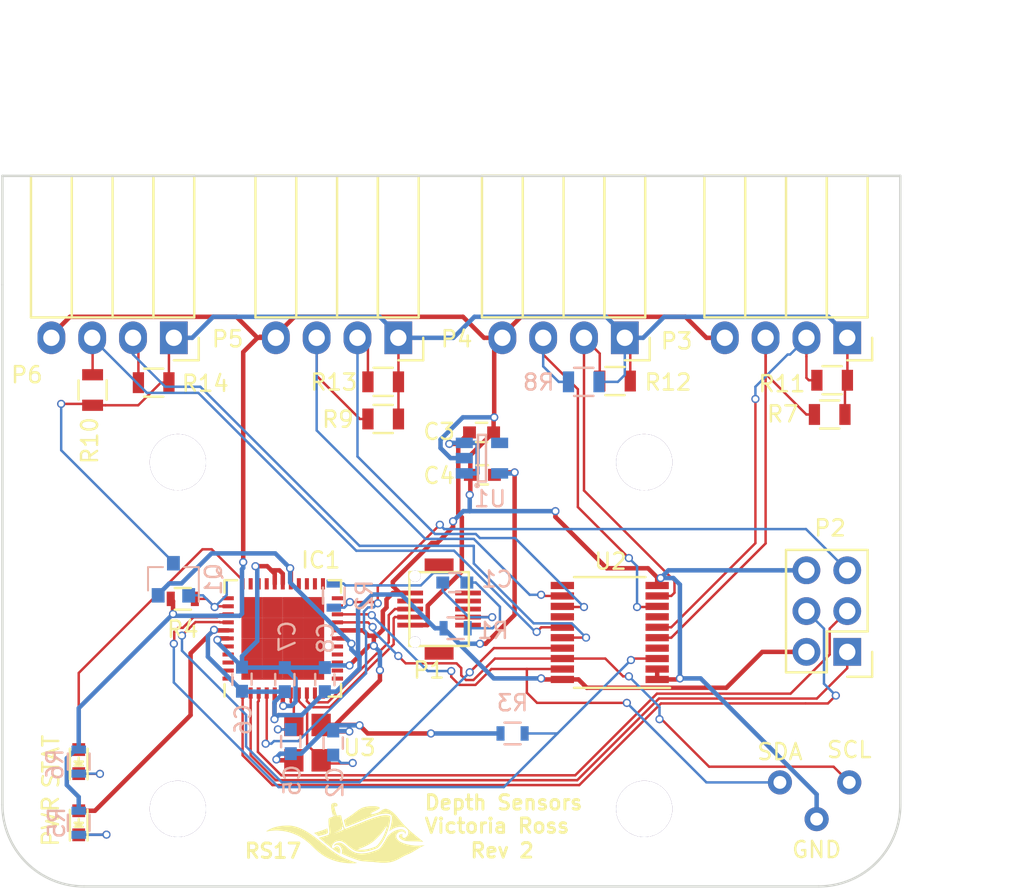
<source format=kicad_pcb>
(kicad_pcb (version 4) (host pcbnew 4.0.5-e0-6337~49~ubuntu16.04.1)
  (layers (0 F.Cu signal) (31 B.Cu signal) (34 B.Paste user) (35 F.Paste user) (36 B.SilkS user) (37 F.SilkS user) (38 B.Mask user) (39 F.Mask user) (44 Edge.Cuts user))
  (net 0 "")
  (net 1 +5V)
  (net 2 GND)
  (net 3 +3V3)
  (net 4 "Net-(C5-Pad1)")
  (net 5 /DTR)
  (net 6 /ATMega1284p/MOSI)
  (net 7 /ATMega1284p/MISO)
  (net 8 /ATMega1284p/SCK)
  (net 9 /ATMega1284p/~RST)
  (net 10 /Tx_CPU)
  (net 11 /Rx_CPU)
  (net 12 /ATMega1284p/PD2)
  (net 13 /ATMega1284p/PD3)
  (net 14 /ATMega1284p/PD4)
  (net 15 /ATMega1284p/PD5)
  (net 16 /ATMega1284p/PD6)
  (net 17 /ATMega1284p/PD7)
  (net 18 /SCL)
  (net 19 /SDA)
  (net 20 /ATMega1284p/PC2)
  (net 21 /ATMega1284p/PC3)
  (net 22 /ATMega1284p/PC4)
  (net 23 /ATMega1284p/PC5)
  (net 24 /ATMega1284p/PC6)
  (net 25 /ATMega1284p/PC7)
  (net 26 /ATMega1284p/PA7)
  (net 27 /ATMega1284p/PA6)
  (net 28 /ATMega1284p/PA5)
  (net 29 /ATMega1284p/PA3)
  (net 30 /~RST)
  (net 31 /~INT)
  (net 32 /ATMega1284p/PB0)
  (net 33 /ATMega1284p/PB1)
  (net 34 /ATMega1284p/PB2)
  (net 35 /ATMega1284p/PB3)
  (net 36 /ATMega1284p/PB4)
  (net 37 "Net-(P1-Pad6)")
  (net 38 "Net-(P1-Pad8)")
  (net 39 "Net-(P1-Pad10)")
  (net 40 "Net-(P1-Pad2)")
  (net 41 "Net-(P1-Pad7)")
  (net 42 /SCL0)
  (net 43 /SDA0)
  (net 44 /SCL1)
  (net 45 /SDA1)
  (net 46 /SCL2)
  (net 47 /SDA2)
  (net 48 /SCL3)
  (net 49 /SDA3)
  (net 50 "Net-(U1-Pad4)")
  (net 51 "Net-(U2-Pad4)")
  (net 52 "Net-(U2-Pad7)")
  (net 53 "Net-(U2-Pad11)")
  (net 54 "Net-(U2-Pad14)")
  (net 55 "Net-(C1-Pad1)")
  (net 56 "Net-(C2-Pad1)")
  (net 57 "Net-(D3-Pad1)")
  (net 58 "Net-(D4-Pad1)")
  (net 59 /DBG_LED)
  (net 60 /disable_depth)
  (net 61 /depth_power)
  (module Socket_Strips:Socket_Strip_Angled_1x04 (layer F.Cu) (at 128.778 111.252 180)
    (fp_text reference P5 (at 10.6172 -0.0762 180) (layer F.SilkS))
    (fp_text value CONN_01X04)
    (pad 1 thru_hole rect (at 0 0 180) (size 1.7272 2.032) (drill 1.016) (layers *.Cu *.Mask) (net 61 /depth_power))
    (pad 2 thru_hole oval (at 2.54 0 180) (size 1.7272 2.032) (drill 1.016) (layers *.Cu *.Mask) (net 46 /SCL2))
    (pad 3 thru_hole oval (at 5.08 0 180) (size 1.7272 2.032) (drill 1.016) (layers *.Cu *.Mask) (net 47 /SDA2))
    (pad 4 thru_hole oval (at 7.62 0 180) (size 1.7272 2.032) (drill 1.016) (layers *.Cu *.Mask) (net 2 GND))
  )
  (module Socket_Strips:Socket_Strip_Angled_1x04 (layer F.Cu) (at 142.875 111.252 180)
    (fp_text reference P4 (at 10.4648 -0.0762 180) (layer F.SilkS))
    (fp_text value CONN_01X04)
    (pad 1 thru_hole rect (at 0 0 180) (size 1.7272 2.032) (drill 1.016) (layers *.Cu *.Mask) (net 61 /depth_power))
    (pad 2 thru_hole oval (at 2.54 0 180) (size 1.7272 2.032) (drill 1.016) (layers *.Cu *.Mask) (net 44 /SCL1))
    (pad 3 thru_hole oval (at 5.08 0 180) (size 1.7272 2.032) (drill 1.016) (layers *.Cu *.Mask) (net 45 /SDA1))
    (pad 4 thru_hole oval (at 7.62 0 180) (size 1.7272 2.032) (drill 1.016) (layers *.Cu *.Mask) (net 2 GND))
  )
  (module Socket_Strips:Socket_Strip_Angled_1x04 (layer F.Cu) (at 114.808 111.252 180)
    (fp_text reference P6 (at 9.144 -2.3114 180) (layer F.SilkS))
    (fp_text value CONN_01X04)
    (pad 1 thru_hole rect (at 0 0 180) (size 1.7272 2.032) (drill 1.016) (layers *.Cu *.Mask) (net 61 /depth_power))
    (pad 2 thru_hole oval (at 2.54 0 180) (size 1.7272 2.032) (drill 1.016) (layers *.Cu *.Mask) (net 48 /SCL3))
    (pad 3 thru_hole oval (at 5.08 0 180) (size 1.7272 2.032) (drill 1.016) (layers *.Cu *.Mask) (net 49 /SDA3))
    (pad 4 thru_hole oval (at 7.62 0 180) (size 1.7272 2.032) (drill 1.016) (layers *.Cu *.Mask) (net 2 GND))
  )
  (module Housings_SSOP:TSSOP-20_4.4x6.5mm_Pitch0.65mm (layer F.Cu) (at 141.9388 129.6018 180)
    (fp_text reference U2 (at -0.0472 4.4306 360) (layer F.SilkS))
    (fp_text value TCA9545A)
    (pad 1 smd rect (at -2.95 -2.925 180) (size 1.45 0.45) (layers F.Cu F.Paste F.Mask) (net 2 GND))
    (pad 2 smd rect (at -2.95 -2.275 180) (size 1.45 0.45) (layers F.Cu F.Paste F.Mask) (net 2 GND))
    (pad 3 smd rect (at -2.95 -1.625 180) (size 1.45 0.45) (layers F.Cu F.Paste F.Mask) (net 30 /~RST))
    (pad 4 smd rect (at -2.95 -0.975 180) (size 1.45 0.45) (layers F.Cu F.Paste F.Mask) (net 51 "Net-(U2-Pad4)"))
    (pad 5 smd rect (at -2.95 -0.325 180) (size 1.45 0.45) (layers F.Cu F.Paste F.Mask) (net 43 /SDA0))
    (pad 6 smd rect (at -2.95 0.325 180) (size 1.45 0.45) (layers F.Cu F.Paste F.Mask) (net 42 /SCL0))
    (pad 7 smd rect (at -2.95 0.975 180) (size 1.45 0.45) (layers F.Cu F.Paste F.Mask) (net 52 "Net-(U2-Pad7)"))
    (pad 8 smd rect (at -2.95 1.625 180) (size 1.45 0.45) (layers F.Cu F.Paste F.Mask) (net 45 /SDA1))
    (pad 9 smd rect (at -2.95 2.275 180) (size 1.45 0.45) (layers F.Cu F.Paste F.Mask) (net 44 /SCL1))
    (pad 10 smd rect (at -2.95 2.925 180) (size 1.45 0.45) (layers F.Cu F.Paste F.Mask) (net 2 GND))
    (pad 11 smd rect (at 2.95 2.925 180) (size 1.45 0.45) (layers F.Cu F.Paste F.Mask) (net 53 "Net-(U2-Pad11)"))
    (pad 12 smd rect (at 2.95 2.275 180) (size 1.45 0.45) (layers F.Cu F.Paste F.Mask) (net 47 /SDA2))
    (pad 13 smd rect (at 2.95 1.625 180) (size 1.45 0.45) (layers F.Cu F.Paste F.Mask) (net 46 /SCL2))
    (pad 14 smd rect (at 2.95 0.975 180) (size 1.45 0.45) (layers F.Cu F.Paste F.Mask) (net 54 "Net-(U2-Pad14)"))
    (pad 15 smd rect (at 2.95 0.325 180) (size 1.45 0.45) (layers F.Cu F.Paste F.Mask) (net 49 /SDA3))
    (pad 16 smd rect (at 2.95 -0.325 180) (size 1.45 0.45) (layers F.Cu F.Paste F.Mask) (net 48 /SCL3))
    (pad 17 smd rect (at 2.95 -0.975 180) (size 1.45 0.45) (layers F.Cu F.Paste F.Mask) (net 31 /~INT))
    (pad 18 smd rect (at 2.95 -1.625 180) (size 1.45 0.45) (layers F.Cu F.Paste F.Mask) (net 18 /SCL))
    (pad 19 smd rect (at 2.95 -2.275 180) (size 1.45 0.45) (layers F.Cu F.Paste F.Mask) (net 19 /SDA))
    (pad 20 smd rect (at 2.95 -2.925 180) (size 1.45 0.45) (layers F.Cu F.Paste F.Mask) (net 3 +3V3))
  )
  (module Mounting_Holes:MountingHole_3.5mm (layer F.Cu) (at 144.0815 118.999)
    (fp_text reference M2 hide)
    (fp_text value MountingHole_3.5mm)
    (pad 1 thru_hole circle (at 0 0) (size 3.5 3.5) (drill 3.5) (layers *.Cu *.Mask))
  )
  (module Mounting_Holes:MountingHole_3.5mm (layer F.Cu) (at 115.062 118.999)
    (fp_text reference M1 hide)
    (fp_text value MountingHole_3.5mm)
    (pad 1 thru_hole circle (at 0 0) (size 3.5 3.5) (drill 3.5) (layers *.Cu *.Mask))
  )
  (module Mounting_Holes:MountingHole_3.5mm (layer F.Cu) (at 144.0815 140.589)
    (fp_text reference M4 hide)
    (fp_text value MountingHole_3.5mm)
    (pad 1 thru_hole circle (at 0 0) (size 3.5 3.5) (drill 3.5) (layers *.Cu *.Mask))
  )
  (module Resistors_SMD:R_0603 (layer B.Cu) (at 108.8898 137.6426 90)
    (fp_text reference R6 (at -0.1778 -1.4732 90) (layer B.SilkS) (effects (justify mirror)))
    (fp_text value 65)
    (pad 1 smd rect (at -0.75 0 90) (size 0.5 0.9) (layers B.Cu B.Paste B.Mask) (net 58 "Net-(D4-Pad1)"))
    (pad 2 smd rect (at 0.75 0 90) (size 0.5 0.9) (layers B.Cu B.Paste B.Mask) (net 2 GND))
  )
  (module Capacitors_SMD:C_0603 (layer B.Cu) (at 132.2952 126.492 180)
    (fp_text reference C1 (at -2.6296 0.2032 360) (layer B.SilkS) (effects (justify mirror)))
    (fp_text value 100nF)
    (pad 1 smd rect (at -0.75 0 180) (size 0.8 0.75) (layers B.Cu B.Paste B.Mask) (net 55 "Net-(C1-Pad1)"))
    (pad 2 smd rect (at 0.75 0 180) (size 0.8 0.75) (layers B.Cu B.Paste B.Mask) (net 5 /DTR))
  )
  (module Capacitors_SMD:C_0603 (layer B.Cu) (at 124.7267 136.4869 90)
    (fp_text reference C2 (at -2.4511 0.1143 270) (layer B.SilkS) (effects (justify mirror)))
    (fp_text value 18p)
    (pad 1 smd rect (at -0.75 0 90) (size 0.8 0.75) (layers B.Cu B.Paste B.Mask) (net 56 "Net-(C2-Pad1)"))
    (pad 2 smd rect (at 0.75 0 90) (size 0.8 0.75) (layers B.Cu B.Paste B.Mask) (net 2 GND))
  )
  (module Capacitors_SMD:C_0603 (layer F.Cu) (at 133.9596 117.1448)
    (fp_text reference C3 (at -2.6416 -0.0508 180) (layer F.SilkS))
    (fp_text value 1µF)
    (pad 1 smd rect (at -0.75 0) (size 0.8 0.75) (layers F.Cu F.Paste F.Mask) (net 1 +5V))
    (pad 2 smd rect (at 0.75 0) (size 0.8 0.75) (layers F.Cu F.Paste F.Mask) (net 2 GND))
  )
  (module Capacitors_SMD:C_0603 (layer F.Cu) (at 134.0104 119.7864 180)
    (fp_text reference C4 (at 2.6924 -0.0508 360) (layer F.SilkS))
    (fp_text value 1µF)
    (pad 1 smd rect (at -0.75 0 180) (size 0.8 0.75) (layers F.Cu F.Paste F.Mask) (net 3 +3V3))
    (pad 2 smd rect (at 0.75 0 180) (size 0.8 0.75) (layers F.Cu F.Paste F.Mask) (net 2 GND))
  )
  (module Capacitors_SMD:C_0603 (layer B.Cu) (at 122.0851 136.3973 270)
    (fp_text reference C5 (at 2.4137 -0.0889 450) (layer B.SilkS) (effects (justify mirror)))
    (fp_text value 18p)
    (pad 1 smd rect (at -0.75 0 270) (size 0.8 0.75) (layers B.Cu B.Paste B.Mask) (net 4 "Net-(C5-Pad1)"))
    (pad 2 smd rect (at 0.75 0 270) (size 0.8 0.75) (layers B.Cu B.Paste B.Mask) (net 2 GND))
  )
  (module Capacitors_SMD:C_0603 (layer B.Cu) (at 119.0498 132.5118 90)
    (fp_text reference C6 (at -2.5146 0.0762 90) (layer B.SilkS) (effects (justify mirror)))
    (fp_text value 100n)
    (pad 1 smd rect (at -0.75 0 90) (size 0.8 0.75) (layers B.Cu B.Paste B.Mask) (net 3 +3V3))
    (pad 2 smd rect (at 0.75 0 90) (size 0.8 0.75) (layers B.Cu B.Paste B.Mask) (net 2 GND))
  )
  (module Capacitors_SMD:C_0603 (layer B.Cu) (at 121.7168 132.5372 90)
    (fp_text reference C7 (at 2.6924 0.1524 270) (layer B.SilkS) (effects (justify mirror)))
    (fp_text value 100n)
    (pad 1 smd rect (at -0.75 0 90) (size 0.8 0.75) (layers B.Cu B.Paste B.Mask) (net 3 +3V3))
    (pad 2 smd rect (at 0.75 0 90) (size 0.8 0.75) (layers B.Cu B.Paste B.Mask) (net 2 GND))
  )
  (module Housings_DFN_QFN:QFN-44-1EP_7x7mm_Pitch0.5mm (layer F.Cu) (at 121.5898 129.9718 90)
    (fp_text reference IC1 (at 4.8768 2.3622 180) (layer F.SilkS))
    (fp_text value ATMEGA1284P-M)
    (pad 1 smd rect (at -3.4 -2.5 90) (size 0.7 0.25) (layers F.Cu F.Paste F.Mask) (net 6 /ATMega1284p/MOSI))
    (pad 2 smd rect (at -3.4 -2 90) (size 0.7 0.25) (layers F.Cu F.Paste F.Mask) (net 7 /ATMega1284p/MISO))
    (pad 3 smd rect (at -3.4 -1.5 90) (size 0.7 0.25) (layers F.Cu F.Paste F.Mask) (net 8 /ATMega1284p/SCK))
    (pad 4 smd rect (at -3.4 -1 90) (size 0.7 0.25) (layers F.Cu F.Paste F.Mask) (net 9 /ATMega1284p/~RST))
    (pad 5 smd rect (at -3.4 -0.5 90) (size 0.7 0.25) (layers F.Cu F.Paste F.Mask) (net 3 +3V3))
    (pad 6 smd rect (at -3.4 0 90) (size 0.7 0.25) (layers F.Cu F.Paste F.Mask) (net 2 GND))
    (pad 7 smd rect (at -3.4 0.5 90) (size 0.7 0.25) (layers F.Cu F.Paste F.Mask) (net 4 "Net-(C5-Pad1)"))
    (pad 8 smd rect (at -3.4 1 90) (size 0.7 0.25) (layers F.Cu F.Paste F.Mask) (net 56 "Net-(C2-Pad1)"))
    (pad 9 smd rect (at -3.4 1.5 90) (size 0.7 0.25) (layers F.Cu F.Paste F.Mask) (net 10 /Tx_CPU))
    (pad 10 smd rect (at -3.4 2 90) (size 0.7 0.25) (layers F.Cu F.Paste F.Mask) (net 11 /Rx_CPU))
    (pad 11 smd rect (at -3.4 2.5 90) (size 0.7 0.25) (layers F.Cu F.Paste F.Mask) (net 12 /ATMega1284p/PD2))
    (pad 12 smd rect (at -2.5 3.4 180) (size 0.7 0.25) (layers F.Cu F.Paste F.Mask) (net 13 /ATMega1284p/PD3))
    (pad 13 smd rect (at -2 3.4 180) (size 0.7 0.25) (layers F.Cu F.Paste F.Mask) (net 14 /ATMega1284p/PD4))
    (pad 14 smd rect (at -1.5 3.4 180) (size 0.7 0.25) (layers F.Cu F.Paste F.Mask) (net 15 /ATMega1284p/PD5))
    (pad 15 smd rect (at -1 3.4 180) (size 0.7 0.25) (layers F.Cu F.Paste F.Mask) (net 16 /ATMega1284p/PD6))
    (pad 16 smd rect (at -0.5 3.4 180) (size 0.7 0.25) (layers F.Cu F.Paste F.Mask) (net 17 /ATMega1284p/PD7))
    (pad 17 smd rect (at 0 3.4 180) (size 0.7 0.25) (layers F.Cu F.Paste F.Mask) (net 3 +3V3))
    (pad 18 smd rect (at 0.5 3.4 180) (size 0.7 0.25) (layers F.Cu F.Paste F.Mask) (net 2 GND))
    (pad 19 smd rect (at 1 3.4 180) (size 0.7 0.25) (layers F.Cu F.Paste F.Mask) (net 18 /SCL))
    (pad 20 smd rect (at 1.5 3.4 180) (size 0.7 0.25) (layers F.Cu F.Paste F.Mask) (net 19 /SDA))
    (pad 21 smd rect (at 2 3.4 180) (size 0.7 0.25) (layers F.Cu F.Paste F.Mask) (net 20 /ATMega1284p/PC2))
    (pad 22 smd rect (at 2.5 3.4 180) (size 0.7 0.25) (layers F.Cu F.Paste F.Mask) (net 21 /ATMega1284p/PC3))
    (pad 23 smd rect (at 3.4 2.5 90) (size 0.7 0.25) (layers F.Cu F.Paste F.Mask) (net 22 /ATMega1284p/PC4))
    (pad 24 smd rect (at 3.4 2 90) (size 0.7 0.25) (layers F.Cu F.Paste F.Mask) (net 23 /ATMega1284p/PC5))
    (pad 25 smd rect (at 3.4 1.5 90) (size 0.7 0.25) (layers F.Cu F.Paste F.Mask) (net 24 /ATMega1284p/PC6))
    (pad 26 smd rect (at 3.4 1 90) (size 0.7 0.25) (layers F.Cu F.Paste F.Mask) (net 25 /ATMega1284p/PC7))
    (pad 27 smd rect (at 3.4 0.5 90) (size 0.7 0.25) (layers F.Cu F.Paste F.Mask) (net 3 +3V3))
    (pad 28 smd rect (at 3.4 0 90) (size 0.7 0.25) (layers F.Cu F.Paste F.Mask) (net 2 GND))
    (pad 29 smd rect (at 3.4 -0.5 90) (size 0.7 0.25) (layers F.Cu F.Paste F.Mask) (net 2 GND))
    (pad 30 smd rect (at 3.4 -1 90) (size 0.7 0.25) (layers F.Cu F.Paste F.Mask) (net 26 /ATMega1284p/PA7))
    (pad 31 smd rect (at 3.4 -1.5 90) (size 0.7 0.25) (layers F.Cu F.Paste F.Mask) (net 27 /ATMega1284p/PA6))
    (pad 32 smd rect (at 3.4 -2 90) (size 0.7 0.25) (layers F.Cu F.Paste F.Mask) (net 28 /ATMega1284p/PA5))
    (pad 33 smd rect (at 3.4 -2.5 90) (size 0.7 0.25) (layers F.Cu F.Paste F.Mask) (net 59 /DBG_LED))
    (pad 34 smd rect (at 2.5 -3.4 180) (size 0.7 0.25) (layers F.Cu F.Paste F.Mask) (net 29 /ATMega1284p/PA3))
    (pad 35 smd rect (at 2 -3.4 180) (size 0.7 0.25) (layers F.Cu F.Paste F.Mask) (net 60 /disable_depth))
    (pad 36 smd rect (at 1.5 -3.4 180) (size 0.7 0.25) (layers F.Cu F.Paste F.Mask) (net 30 /~RST))
    (pad 37 smd rect (at 1 -3.4 180) (size 0.7 0.25) (layers F.Cu F.Paste F.Mask) (net 31 /~INT))
    (pad 38 smd rect (at 0.5 -3.4 180) (size 0.7 0.25) (layers F.Cu F.Paste F.Mask) (net 3 +3V3))
    (pad 39 smd rect (at 0 -3.4 180) (size 0.7 0.25) (layers F.Cu F.Paste F.Mask) (net 2 GND))
    (pad 40 smd rect (at -0.5 -3.4 180) (size 0.7 0.25) (layers F.Cu F.Paste F.Mask) (net 32 /ATMega1284p/PB0))
    (pad 41 smd rect (at -1 -3.4 180) (size 0.7 0.25) (layers F.Cu F.Paste F.Mask) (net 33 /ATMega1284p/PB1))
    (pad 42 smd rect (at -1.5 -3.4 180) (size 0.7 0.25) (layers F.Cu F.Paste F.Mask) (net 34 /ATMega1284p/PB2))
    (pad 43 smd rect (at -2 -3.4 180) (size 0.7 0.25) (layers F.Cu F.Paste F.Mask) (net 35 /ATMega1284p/PB3))
    (pad 44 smd rect (at -2.5 -3.4 180) (size 0.7 0.25) (layers F.Cu F.Paste F.Mask) (net 36 /ATMega1284p/PB4))
    (pad 45 smd rect (at 1.93125 1.93125 90) (size 1.2875 1.2875) (layers F.Cu F.Paste F.Mask))
    (pad 45 smd rect (at 1.93125 0.64375 90) (size 1.2875 1.2875) (layers F.Cu F.Paste F.Mask))
    (pad 45 smd rect (at 1.93125 -0.64375 90) (size 1.2875 1.2875) (layers F.Cu F.Paste F.Mask))
    (pad 45 smd rect (at 1.93125 -1.93125 90) (size 1.2875 1.2875) (layers F.Cu F.Paste F.Mask))
    (pad 45 smd rect (at 0.64375 1.93125 90) (size 1.2875 1.2875) (layers F.Cu F.Paste F.Mask))
    (pad 45 smd rect (at 0.64375 0.64375 90) (size 1.2875 1.2875) (layers F.Cu F.Paste F.Mask))
    (pad 45 smd rect (at 0.64375 -0.64375 90) (size 1.2875 1.2875) (layers F.Cu F.Paste F.Mask))
    (pad 45 smd rect (at 0.64375 -1.93125 90) (size 1.2875 1.2875) (layers F.Cu F.Paste F.Mask))
    (pad 45 smd rect (at -0.64375 1.93125 90) (size 1.2875 1.2875) (layers F.Cu F.Paste F.Mask))
    (pad 45 smd rect (at -0.64375 0.64375 90) (size 1.2875 1.2875) (layers F.Cu F.Paste F.Mask))
    (pad 45 smd rect (at -0.64375 -0.64375 90) (size 1.2875 1.2875) (layers F.Cu F.Paste F.Mask))
    (pad 45 smd rect (at -0.64375 -1.93125 90) (size 1.2875 1.2875) (layers F.Cu F.Paste F.Mask))
    (pad 45 smd rect (at -1.93125 1.93125 90) (size 1.2875 1.2875) (layers F.Cu F.Paste F.Mask))
    (pad 45 smd rect (at -1.93125 0.64375 90) (size 1.2875 1.2875) (layers F.Cu F.Paste F.Mask))
    (pad 45 smd rect (at -1.93125 -0.64375 90) (size 1.2875 1.2875) (layers F.Cu F.Paste F.Mask))
    (pad 45 smd rect (at -1.93125 -1.93125 90) (size 1.2875 1.2875) (layers F.Cu F.Paste F.Mask))
  )
  (module Pin_Headers:Pin_Header_Straight_2x03 (layer F.Cu) (at 156.718 130.81 180)
    (fp_text reference P2 (at 1.07 7.71 360) (layer F.SilkS))
    (fp_text value CONN_02X03)
    (pad 1 thru_hole rect (at 0 0 180) (size 1.7272 1.7272) (drill 1.016) (layers *.Cu *.Mask) (net 7 /ATMega1284p/MISO))
    (pad 2 thru_hole oval (at 2.54 0 180) (size 1.7272 1.7272) (drill 1.016) (layers *.Cu *.Mask) (net 3 +3V3))
    (pad 3 thru_hole oval (at 0 2.54 180) (size 1.7272 1.7272) (drill 1.016) (layers *.Cu *.Mask) (net 8 /ATMega1284p/SCK))
    (pad 4 thru_hole oval (at 2.54 2.54 180) (size 1.7272 1.7272) (drill 1.016) (layers *.Cu *.Mask) (net 6 /ATMega1284p/MOSI))
    (pad 5 thru_hole oval (at 0 5.08 180) (size 1.7272 1.7272) (drill 1.016) (layers *.Cu *.Mask) (net 9 /ATMega1284p/~RST))
    (pad 6 thru_hole oval (at 2.54 5.08 180) (size 1.7272 1.7272) (drill 1.016) (layers *.Cu *.Mask) (net 2 GND))
  )
  (module Resistors_SMD:R_0603 (layer B.Cu) (at 132.346 129.3368)
    (fp_text reference R1 (at 2.3248 0.1524 180) (layer B.SilkS) (effects (justify mirror)))
    (fp_text value 10k)
    (pad 1 smd rect (at -0.75 0) (size 0.5 0.9) (layers B.Cu B.Paste B.Mask) (net 3 +3V3))
    (pad 2 smd rect (at 0.75 0) (size 0.5 0.9) (layers B.Cu B.Paste B.Mask) (net 55 "Net-(C1-Pad1)"))
  )
  (module Resistors_SMD:R_0603 (layer B.Cu) (at 124.7648 127.3048 90)
    (fp_text reference R2 (at 0 1.905 90) (layer B.SilkS) (effects (justify mirror)))
    (fp_text value 1k)
    (pad 1 smd rect (at -0.75 0 90) (size 0.5 0.9) (layers B.Cu B.Paste B.Mask) (net 9 /ATMega1284p/~RST))
    (pad 2 smd rect (at 0.75 0 90) (size 0.5 0.9) (layers B.Cu B.Paste B.Mask) (net 55 "Net-(C1-Pad1)"))
  )
  (module TO_SOT_Packages_SMD:SOT-23-5 (layer B.Cu) (at 133.985 118.745)
    (fp_text reference U1 (at 0.508 2.54) (layer B.SilkS) (effects (justify mirror)))
    (fp_text value AP2112)
    (pad 1 smd rect (at -1.1 0.95) (size 1.06 0.65) (layers B.Cu B.Paste B.Mask) (net 1 +5V))
    (pad 2 smd rect (at -1.1 0) (size 1.06 0.65) (layers B.Cu B.Paste B.Mask) (net 2 GND))
    (pad 3 smd rect (at -1.1 -0.95) (size 1.06 0.65) (layers B.Cu B.Paste B.Mask) (net 1 +5V))
    (pad 4 smd rect (at 1.1 -0.95) (size 1.06 0.65) (layers B.Cu B.Paste B.Mask) (net 50 "Net-(U1-Pad4)"))
    (pad 5 smd rect (at 1.1 0.95) (size 1.06 0.65) (layers B.Cu B.Paste B.Mask) (net 3 +3V3))
  )
  (module Capacitors_SMD:C_0603 (layer B.Cu) (at 124.206 132.5372 90)
    (fp_text reference C8 (at 2.5908 0.0508 90) (layer B.SilkS) (effects (justify mirror)))
    (fp_text value 4.7u)
    (pad 1 smd rect (at -0.75 0 90) (size 0.8 0.75) (layers B.Cu B.Paste B.Mask) (net 3 +3V3))
    (pad 2 smd rect (at 0.75 0 90) (size 0.8 0.75) (layers B.Cu B.Paste B.Mask) (net 2 GND))
  )
  (module Resistors_SMD:R_0603 (layer B.Cu) (at 108.8898 141.4526 90)
    (fp_text reference R5 (at 0 -1.3716 90) (layer B.SilkS) (effects (justify mirror)))
    (fp_text value 65)
    (pad 1 smd rect (at -0.75 0 90) (size 0.5 0.9) (layers B.Cu B.Paste B.Mask) (net 57 "Net-(D3-Pad1)"))
    (pad 2 smd rect (at 0.75 0 90) (size 0.5 0.9) (layers B.Cu B.Paste B.Mask) (net 2 GND))
  )
  (module robosub_footprints:DFN-4 (layer F.Cu) (at 123.1265 136.4615 270)
    (fp_text reference U3 (at 0.3175 -3.2385 360) (layer F.SilkS))
    (fp_text value TSX-3225)
    (pad 2 smd rect (at 1.1 0.85 270) (size 1.4 1.2) (layers F.Cu F.Paste F.Mask) (net 2 GND))
    (pad 1 smd rect (at -1.1 0.85 270) (size 1.4 1.2) (layers F.Cu F.Paste F.Mask) (net 4 "Net-(C5-Pad1)"))
    (pad 4 smd rect (at -1.1 -0.85 270) (size 1.4 1.2) (layers F.Cu F.Paste F.Mask) (net 2 GND))
    (pad 3 smd rect (at 1.1 -0.85 270) (size 1.4 1.2) (layers F.Cu F.Paste F.Mask) (net 56 "Net-(C2-Pad1)"))
  )
  (module Mounting_Holes:MountingHole_3.5mm (layer F.Cu) (at 115.062 140.589)
    (fp_text reference M3 hide)
    (fp_text value MountingHole_3.5mm)
    (pad 1 thru_hole circle (at 0 0) (size 3.5 3.5) (drill 3.5) (layers *.Cu *.Mask))
  )
  (module LEDs:LED_0603 (layer F.Cu) (at 108.8898 141.4526 90)
    (fp_text reference D3 hide)
    (fp_text value LED)
    (pad 2 smd rect (at 0.7493 0 270) (size 0.79756 0.79756) (layers F.Cu F.Paste F.Mask) (net 3 +3V3))
    (pad 1 smd rect (at -0.7493 0 270) (size 0.79756 0.79756) (layers F.Cu F.Paste F.Mask) (net 57 "Net-(D3-Pad1)"))
  )
  (module LEDs:LED_0603 (layer F.Cu) (at 108.8898 137.6426 90)
    (fp_text reference D4 hide)
    (fp_text value LED)
    (pad 2 smd rect (at 0.7493 0 270) (size 0.79756 0.79756) (layers F.Cu F.Paste F.Mask) (net 59 /DBG_LED))
    (pad 1 smd rect (at -0.7493 0 270) (size 0.79756 0.79756) (layers F.Cu F.Paste F.Mask) (net 58 "Net-(D4-Pad1)"))
  )
  (module robosub_footprints:robosub_logo-medium (layer F.Cu) (at 125.5522 142.2146)
    (fp_text reference G*** hide)
    (fp_text value LOGO hide)
  )
  (module robosub_footprints:3mm-10pos-receptacle (layer F.Cu) (at 131.318 128.143 90)
    (fp_text reference P1 (at -3.81 -0.635 180) (layer F.SilkS))
    (fp_text value Mezzanine-Header)
    (pad "" thru_hole circle (at 2.05 -1.5 90) (size 0.7 0.7) (drill 0.7) (layers *.Cu *.Mask))
    (pad "" thru_hole circle (at -2.05 -1.5 90) (size 0.7 0.7) (drill 0.7) (layers *.Cu *.Mask))
    (pad 6 smd rect (at 0 1.8 90) (size 0.3 1.6) (layers F.Cu F.Paste F.Mask) (net 37 "Net-(P1-Pad6)"))
    (pad 10 smd rect (at 1 1.8 90) (size 0.3 1.6) (layers F.Cu F.Paste F.Mask) (net 39 "Net-(P1-Pad10)"))
    (pad 8 smd rect (at 0.5 1.8 90) (size 0.3 1.6) (layers F.Cu F.Paste F.Mask) (net 38 "Net-(P1-Pad8)"))
    (pad 2 smd rect (at -1 1.8 90) (size 0.3 1.6) (layers F.Cu F.Paste F.Mask) (net 40 "Net-(P1-Pad2)"))
    (pad 4 smd rect (at -0.5 1.8 90) (size 0.3 1.6) (layers F.Cu F.Paste F.Mask) (net 5 /DTR))
    (pad 5 smd rect (at 0 -1.8 90) (size 0.3 1.6) (layers F.Cu F.Paste F.Mask) (net 11 /Rx_CPU))
    (pad 3 smd rect (at -0.5 -1.8 90) (size 0.3 1.6) (layers F.Cu F.Paste F.Mask) (net 10 /Tx_CPU))
    (pad 1 smd rect (at -1 -1.8 90) (size 0.3 1.6) (layers F.Cu F.Paste F.Mask) (net 1 +5V))
    (pad 9 smd rect (at 1 -1.8 90) (size 0.3 1.6) (layers F.Cu F.Paste F.Mask) (net 2 GND))
    (pad 7 smd rect (at 0.5 -1.8 90) (size 0.3 1.6) (layers F.Cu F.Paste F.Mask) (net 41 "Net-(P1-Pad7)"))
    (pad "" smd rect (at 2.75 0 90) (size 0.8 1.8) (layers F.Cu F.Paste F.Mask))
    (pad "" smd rect (at -2.75 0 90) (size 0.8 1.8) (layers F.Cu F.Paste F.Mask))
  )
  (module Measurement_Points:Measurement_Point_Round-TH_Small (layer F.Cu) (at 152.527 138.938)
    (fp_text reference W1 hide)
    (fp_text value TEST_1P)
    (pad 1 thru_hole circle (at 0 0) (size 1.5 1.5) (drill 0.8) (layers *.Cu *.Mask) (net 19 /SDA))
  )
  (module Measurement_Points:Measurement_Point_Round-TH_Small (layer F.Cu) (at 156.845 138.938)
    (fp_text reference W2 hide)
    (fp_text value TEST_1P)
    (pad 1 thru_hole circle (at 0 0) (size 1.5 1.5) (drill 0.8) (layers *.Cu *.Mask) (net 18 /SCL))
  )
  (module Measurement_Points:Measurement_Point_Round-TH_Small (layer F.Cu) (at 154.813 141.224)
    (fp_text reference W3 hide)
    (fp_text value TEST_1P)
    (pad 1 thru_hole circle (at 0 0) (size 1.5 1.5) (drill 0.8) (layers *.Cu *.Mask) (net 2 GND))
  )
  (module Socket_Strips:Socket_Strip_Angled_1x04 (layer F.Cu) (at 156.718 111.252 180)
    (fp_text reference P3 (at 10.6172 -0.2032 180) (layer F.SilkS))
    (fp_text value CONN_01X04)
    (pad 1 thru_hole rect (at 0 0 180) (size 1.7272 2.032) (drill 1.016) (layers *.Cu *.Mask) (net 61 /depth_power))
    (pad 2 thru_hole oval (at 2.54 0 180) (size 1.7272 2.032) (drill 1.016) (layers *.Cu *.Mask) (net 42 /SCL0))
    (pad 3 thru_hole oval (at 5.08 0 180) (size 1.7272 2.032) (drill 1.016) (layers *.Cu *.Mask) (net 43 /SDA0))
    (pad 4 thru_hole oval (at 7.62 0 180) (size 1.7272 2.032) (drill 1.016) (layers *.Cu *.Mask) (net 2 GND))
  )
  (module Resistors_SMD:R_0603 (layer B.Cu) (at 135.89 135.89 180)
    (fp_text reference R3 (at 0 1.9 180) (layer B.SilkS) (effects (justify mirror)))
    (fp_text value 10k)
    (pad 1 smd rect (at -0.75 0 180) (size 0.5 0.9) (layers B.Cu B.Paste B.Mask) (net 30 /~RST))
    (pad 2 smd rect (at 0.75 0 180) (size 0.5 0.9) (layers B.Cu B.Paste B.Mask) (net 2 GND))
  )
  (module TO_SOT_Packages_SMD:SOT-23 (layer B.Cu) (at 114.7826 126.2888 90)
    (fp_text reference Q1 (at 0 2.5 90) (layer B.SilkS) (effects (justify mirror)))
    (fp_text value Q_PMOS_GSD)
    (pad 1 smd rect (at -1 0.95 90) (size 0.9 0.8) (layers B.Cu B.Paste B.Mask) (net 60 /disable_depth))
    (pad 2 smd rect (at -1 -0.95 90) (size 0.9 0.8) (layers B.Cu B.Paste B.Mask) (net 3 +3V3))
    (pad 3 smd rect (at 1 0 90) (size 0.9 0.8) (layers B.Cu B.Paste B.Mask) (net 61 /depth_power))
  )
  (module Resistors_SMD:R_0603 (layer F.Cu) (at 115.3668 127.508 180)
    (fp_text reference R4 (at 0 -1.9 180) (layer F.SilkS))
    (fp_text value 10k)
    (pad 1 smd rect (at -0.75 0 180) (size 0.5 0.9) (layers F.Cu F.Paste F.Mask) (net 60 /disable_depth))
    (pad 2 smd rect (at 0.75 0 180) (size 0.5 0.9) (layers F.Cu F.Paste F.Mask) (net 2 GND))
  )
  (module Resistors_SMD:R_0805 (layer F.Cu) (at 155.6258 116.0272 180)
    (fp_text reference R7 (at 2.921 0.0254 180) (layer F.SilkS))
    (fp_text value 2k)
    (pad 1 smd rect (at -0.95 0 180) (size 0.7 1.3) (layers F.Cu F.Paste F.Mask) (net 61 /depth_power))
    (pad 2 smd rect (at 0.95 0 180) (size 0.7 1.3) (layers F.Cu F.Paste F.Mask) (net 43 /SDA0))
  )
  (module Resistors_SMD:R_0805 (layer B.Cu) (at 140.3198 113.9952 180)
    (fp_text reference R8 (at 2.8042 -0.0254 180) (layer B.SilkS) (effects (justify mirror)))
    (fp_text value 2k)
    (pad 1 smd rect (at -0.95 0 180) (size 0.7 1.3) (layers B.Cu B.Paste B.Mask) (net 61 /depth_power))
    (pad 2 smd rect (at 0.95 0 180) (size 0.7 1.3) (layers B.Cu B.Paste B.Mask) (net 45 /SDA1))
  )
  (module Resistors_SMD:R_0805 (layer F.Cu) (at 127.8382 116.3066 180)
    (fp_text reference R9 (at 2.8194 -0.0254 180) (layer F.SilkS))
    (fp_text value 2k)
    (pad 1 smd rect (at -0.95 0 180) (size 0.7 1.3) (layers F.Cu F.Paste F.Mask) (net 61 /depth_power))
    (pad 2 smd rect (at 0.95 0 180) (size 0.7 1.3) (layers F.Cu F.Paste F.Mask) (net 47 /SDA2))
  )
  (module Resistors_SMD:R_0805 (layer F.Cu) (at 109.7534 114.5032 90)
    (fp_text reference R10 (at -3.1496 -0.1778 90) (layer F.SilkS))
    (fp_text value 2k)
    (pad 1 smd rect (at -0.95 0 90) (size 0.7 1.3) (layers F.Cu F.Paste F.Mask) (net 61 /depth_power))
    (pad 2 smd rect (at 0.95 0 90) (size 0.7 1.3) (layers F.Cu F.Paste F.Mask) (net 49 /SDA3))
  )
  (module Resistors_SMD:R_0805 (layer F.Cu) (at 155.7782 113.8936 180)
    (fp_text reference R11 (at 3.1242 -0.2286 180) (layer F.SilkS))
    (fp_text value 2k)
    (pad 1 smd rect (at -0.95 0 180) (size 0.7 1.3) (layers F.Cu F.Paste F.Mask) (net 61 /depth_power))
    (pad 2 smd rect (at 0.95 0 180) (size 0.7 1.3) (layers F.Cu F.Paste F.Mask) (net 42 /SCL0))
  )
  (module Resistors_SMD:R_0805 (layer F.Cu) (at 142.2654 113.9444 180)
    (fp_text reference R12 (at -3.302 -0.0762 180) (layer F.SilkS))
    (fp_text value 2k)
    (pad 1 smd rect (at -0.95 0 180) (size 0.7 1.3) (layers F.Cu F.Paste F.Mask) (net 61 /depth_power))
    (pad 2 smd rect (at 0.95 0 180) (size 0.7 1.3) (layers F.Cu F.Paste F.Mask) (net 44 /SCL1))
  )
  (module Resistors_SMD:R_0805 (layer F.Cu) (at 127.8382 113.9952 180)
    (fp_text reference R13 (at 3.0734 -0.0254 180) (layer F.SilkS))
    (fp_text value 2k)
    (pad 1 smd rect (at -0.95 0 180) (size 0.7 1.3) (layers F.Cu F.Paste F.Mask) (net 61 /depth_power))
    (pad 2 smd rect (at 0.95 0 180) (size 0.7 1.3) (layers F.Cu F.Paste F.Mask) (net 46 /SCL2))
  )
  (module Resistors_SMD:R_0805 (layer F.Cu) (at 113.5532 114.046 180)
    (fp_text reference R14 (at -3.2106 -0.0508 180) (layer F.SilkS))
    (fp_text value 2k)
    (pad 1 smd rect (at -0.95 0 180) (size 0.7 1.3) (layers F.Cu F.Paste F.Mask) (net 61 /depth_power))
    (pad 2 smd rect (at 0.95 0 180) (size 0.7 1.3) (layers F.Cu F.Paste F.Mask) (net 48 /SCL3))
  )
  (gr_arc (start 154.94 140.335) (end 160.02 140.335) (angle 90) (layer Edge.Cuts) (width 0.15))
  (gr_arc (start 109.22 140.335) (end 109.22 145.415) (angle 90) (layer Edge.Cuts) (width 0.15))
  (gr_text "Rev 2" (at 133.1722 143.1798) (layer F.SilkS) (effects (font (size 0.9 0.9) (thickness 0.18)) (justify left)))
  (gr_line (start 160.02 107.95) (end 160.02 101.1682) (layer Edge.Cuts) (width 0.15))
  (gr_line (start 104.14 101.1682) (end 104.14 107.95) (layer Edge.Cuts) (width 0.15))
  (gr_text GND (at 154.813 143.129) (layer F.SilkS) (effects (font (size 1 1))))
  (gr_text SDA (at 152.527 137.033) (layer F.SilkS) (effects (font (size 1 1))))
  (gr_text SCL (at 156.845 136.906) (layer F.SilkS) (effects (font (size 1 1))))
  (gr_line (start 104.14 107.949139) (end 104.14 140.335) (layer Edge.Cuts) (width 0.15))
  (gr_text STAT (at 107.1626 137.6426 90) (layer F.SilkS) (effects (font (size 1 1))))
  (gr_text PWR (at 107.1372 141.351 90) (layer F.SilkS) (effects (font (size 1 1))))
  (gr_text RS17 (at 120.9802 143.2052) (layer F.SilkS) (effects (font (size 0.9 0.9) (thickness 0.18))))
  (gr_text "Depth Sensors\nVictoria Ross" (at 130.3274 140.9192) (layer F.SilkS) (effects (font (size 0.9 0.9) (thickness 0.18)) (justify left)))
  (gr_line (start 154.94 145.415) (end 109.22 145.415) (layer Edge.Cuts) (width 0.15))
  (gr_line (start 160.02 107.949785) (end 160.02 140.335) (layer Edge.Cuts) (width 0.15))
  (gr_line (start 104.14 101.1682) (end 160.02 101.1682) (layer Edge.Cuts) (width 0.15))
  (segment (start 130.609801 127.926441) (end 132.732297 125.803945) (width 0.2788) (layer F.Cu) (net 1))
  (segment (start 130.609801 129.129999) (end 130.609801 127.926441) (width 0.2788) (layer F.Cu) (net 1))
  (segment (start 132.509801 122.209882) (end 132.509801 117.867401) (width 0.2788) (layer F.Cu) (net 1))
  (segment (start 132.732297 122.432378) (end 132.509801 122.209882) (width 0.2788) (layer F.Cu) (net 1))
  (segment (start 132.732297 125.803945) (end 132.732297 122.432378) (width 0.2788) (layer F.Cu) (net 1))
  (segment (start 130.5968 129.143) (end 130.609801 129.129999) (width 0.2788) (layer F.Cu) (net 1))
  (segment (start 132.509801 117.867401) (end 132.4984 117.856) (width 0.2788) (layer F.Cu) (net 1))
  (segment (start 129.518 129.143) (end 130.5968 129.143) (width 0.2788) (layer F.Cu) (net 1))
  (segment (start 131.953 117.856) (end 132.4984 117.856) (width 0.2788) (layer F.Cu) (net 1))
  (segment (start 132.4984 117.856) (end 133.2096 117.1448) (width 0.2788) (layer F.Cu) (net 1))
  (segment (start 132.885 117.795) (end 132.014 117.795) (width 0.2788) (layer B.Cu) (net 1))
  (segment (start 132.014 117.795) (end 131.953 117.856) (width 0.2788) (layer B.Cu) (net 1))
  (via (at 131.953 117.856) (size 0.508) (drill 0.3302) (layers F.Cu B.Cu) (net 1))
  (segment (start 132.885 119.695) (end 133.6938 119.695) (width 0.2788) (layer B.Cu) (net 1))
  (segment (start 133.6938 119.695) (end 133.706801 119.681999) (width 0.2788) (layer B.Cu) (net 1))
  (segment (start 133.706801 119.681999) (end 133.706801 117.808001) (width 0.2788) (layer B.Cu) (net 1))
  (segment (start 133.706801 117.808001) (end 133.6938 117.795) (width 0.2788) (layer B.Cu) (net 1))
  (segment (start 133.6938 117.795) (end 132.885 117.795) (width 0.2788) (layer B.Cu) (net 1))
  (segment (start 108.8898 140.7026) (end 108.8898 139.8436) (width 0.2788) (layer B.Cu) (net 2))
  (segment (start 108.8898 139.8436) (end 108.147999 139.101799) (width 0.2788) (layer B.Cu) (net 2))
  (segment (start 108.147999 139.101799) (end 108.147999 137.434401) (width 0.2788) (layer B.Cu) (net 2))
  (segment (start 108.147999 137.434401) (end 108.6898 136.8926) (width 0.2788) (layer B.Cu) (net 2))
  (segment (start 108.6898 136.8926) (end 108.8898 136.8926) (width 0.2788) (layer B.Cu) (net 2))
  (segment (start 108.8898 136.8926) (end 108.8898 134.3152) (width 0.2788) (layer B.Cu) (net 2))
  (segment (start 108.8898 134.3152) (end 114.7572 128.4478) (width 0.2788) (layer B.Cu) (net 2))
  (segment (start 121.158 111.252) (end 120.0156 111.252) (width 0.2788) (layer F.Cu) (net 2))
  (segment (start 120.0156 111.252) (end 118.70779 109.94419) (width 0.2788) (layer F.Cu) (net 2))
  (segment (start 118.70779 109.94419) (end 108.34341 109.94419) (width 0.2788) (layer F.Cu) (net 2))
  (segment (start 108.34341 109.94419) (end 107.188 111.0996) (width 0.2788) (layer F.Cu) (net 2))
  (segment (start 107.188 111.0996) (end 107.188 111.252) (width 0.2788) (layer F.Cu) (net 2))
  (segment (start 134.747 116.205) (end 134.747 111.76) (width 0.2788) (layer F.Cu) (net 2))
  (segment (start 134.747 111.76) (end 135.255 111.252) (width 0.2788) (layer F.Cu) (net 2))
  (segment (start 135.255 111.252) (end 134.1126 111.252) (width 0.2788) (layer F.Cu) (net 2))
  (segment (start 134.1126 111.252) (end 132.80479 109.94419) (width 0.2788) (layer F.Cu) (net 2))
  (segment (start 132.80479 109.94419) (end 122.31341 109.94419) (width 0.2788) (layer F.Cu) (net 2))
  (segment (start 122.31341 109.94419) (end 121.158 111.0996) (width 0.2788) (layer F.Cu) (net 2))
  (segment (start 121.158 111.0996) (end 121.158 111.252) (width 0.2788) (layer F.Cu) (net 2))
  (segment (start 149.098 111.252) (end 147.9556 111.252) (width 0.2788) (layer F.Cu) (net 2))
  (segment (start 147.9556 111.252) (end 146.64779 109.94419) (width 0.2788) (layer F.Cu) (net 2))
  (segment (start 146.64779 109.94419) (end 136.41041 109.94419) (width 0.2788) (layer F.Cu) (net 2))
  (segment (start 136.41041 109.94419) (end 135.255 111.0996) (width 0.2788) (layer F.Cu) (net 2))
  (segment (start 135.255 111.0996) (end 135.255 111.252) (width 0.2788) (layer F.Cu) (net 2))
  (segment (start 119.126 125.222) (end 119.126 112.1416) (width 0.2788) (layer F.Cu) (net 2))
  (segment (start 119.126 112.1416) (end 120.0156 111.252) (width 0.2788) (layer F.Cu) (net 2))
  (segment (start 119.126 125.222) (end 119.126 125.58121) (width 0.2788) (layer B.Cu) (net 2))
  (segment (start 119.126 125.58121) (end 119.0498 125.65741) (width 0.2788) (layer B.Cu) (net 2))
  (segment (start 119.0498 125.65741) (end 119.0498 128.43002) (width 0.2788) (layer B.Cu) (net 2))
  (segment (start 114.7572 128.4478) (end 114.7572 127.6484) (width 0.2788) (layer F.Cu) (net 2))
  (segment (start 114.7572 127.6484) (end 114.6168 127.508) (width 0.2788) (layer F.Cu) (net 2))
  (segment (start 119.0498 128.43002) (end 118.918019 128.561801) (width 0.2788) (layer B.Cu) (net 2))
  (segment (start 118.918019 128.561801) (end 114.871201 128.561801) (width 0.2788) (layer B.Cu) (net 2))
  (segment (start 114.871201 128.561801) (end 114.7572 128.4478) (width 0.2788) (layer B.Cu) (net 2))
  (via (at 114.7572 128.4478) (size 0.508) (drill 0.3302) (layers F.Cu B.Cu) (net 2))
  (segment (start 152.654 125.73) (end 154.178 125.73) (width 0.2788) (layer B.Cu) (net 2))
  (segment (start 130.81 135.89) (end 126.873 135.89) (width 0.2788) (layer F.Cu) (net 2))
  (segment (start 126.873 135.89) (end 126.365 135.382) (width 0.2788) (layer F.Cu) (net 2))
  (segment (start 135.14 135.89) (end 130.81 135.89) (width 0.2788) (layer B.Cu) (net 2))
  (via (at 130.81 135.89) (size 0.508) (drill 0.3302) (layers F.Cu B.Cu) (net 2))
  (segment (start 138.557 122.40621) (end 138.557 122.047) (width 0.2788) (layer F.Cu) (net 2))
  (segment (start 144.8888 126.173) (end 144.3188 125.603) (width 0.2788) (layer F.Cu) (net 2))
  (segment (start 144.3188 125.603) (end 141.75379 125.603) (width 0.2788) (layer F.Cu) (net 2))
  (segment (start 141.75379 125.603) (end 138.557 122.40621) (width 0.2788) (layer F.Cu) (net 2))
  (segment (start 144.8888 126.173) (end 145.063968 126.173) (width 0.2788) (layer F.Cu) (net 2))
  (segment (start 145.588844 125.73) (end 145.104906 126.213938) (width 0.2788) (layer B.Cu) (net 2))
  (segment (start 145.898938 126.213938) (end 145.104906 126.213938) (width 0.2788) (layer B.Cu) (net 2))
  (segment (start 145.063968 126.173) (end 145.104906 126.213938) (width 0.2788) (layer F.Cu) (net 2))
  (segment (start 144.8888 126.6768) (end 144.8888 126.173) (width 0.2788) (layer F.Cu) (net 2))
  (segment (start 152.654 125.73) (end 145.588844 125.73) (width 0.2788) (layer B.Cu) (net 2))
  (via (at 145.104906 126.213938) (size 0.508) (drill 0.3302) (layers F.Cu B.Cu) (net 2))
  (segment (start 146.304 132.461) (end 146.304 126.619) (width 0.2788) (layer B.Cu) (net 2))
  (segment (start 146.304 126.619) (end 145.898938 126.213938) (width 0.2788) (layer B.Cu) (net 2))
  (segment (start 130.859944 124.025814) (end 131.20138 124.025814) (width 0.2788) (layer F.Cu) (net 2))
  (segment (start 129.518 127.143) (end 128.868 127.143) (width 0.2788) (layer F.Cu) (net 2))
  (segment (start 128.4392 126.7142) (end 128.4392 126.446558) (width 0.2788) (layer F.Cu) (net 2))
  (segment (start 132.820984 122.047) (end 132.186027 122.681957) (width 0.2788) (layer B.Cu) (net 2))
  (segment (start 128.868 127.143) (end 128.4392 126.7142) (width 0.2788) (layer F.Cu) (net 2))
  (via (at 132.186027 122.681957) (size 0.508) (drill 0.3302) (layers F.Cu B.Cu) (net 2))
  (segment (start 133.223 122.047) (end 132.820984 122.047) (width 0.2788) (layer B.Cu) (net 2))
  (segment (start 128.4392 126.446558) (end 130.859944 124.025814) (width 0.2788) (layer F.Cu) (net 2))
  (segment (start 131.20138 124.025814) (end 132.186027 123.041167) (width 0.2788) (layer F.Cu) (net 2))
  (segment (start 132.186027 123.041167) (end 132.186027 122.681957) (width 0.2788) (layer F.Cu) (net 2))
  (segment (start 122.7389 137.1473) (end 122.0851 137.1473) (width 0.2788) (layer B.Cu) (net 2))
  (segment (start 124.5042 135.382) (end 122.7389 137.1473) (width 0.2788) (layer B.Cu) (net 2))
  (segment (start 126.365 135.382) (end 124.5042 135.382) (width 0.2788) (layer B.Cu) (net 2))
  (segment (start 154.813 141.224) (end 154.813 139.682134) (width 0.2788) (layer B.Cu) (net 2))
  (segment (start 154.813 139.682134) (end 147.591866 132.461) (width 0.2788) (layer B.Cu) (net 2))
  (segment (start 147.591866 132.461) (end 146.304 132.461) (width 0.2788) (layer B.Cu) (net 2))
  (segment (start 138.557 122.047) (end 133.223 122.047) (width 0.2788) (layer B.Cu) (net 2))
  (via (at 138.557 122.047) (size 0.508) (drill 0.3302) (layers F.Cu B.Cu) (net 2))
  (segment (start 133.223 121.031) (end 133.223 122.047) (width 0.2788) (layer B.Cu) (net 2))
  (segment (start 133.2604 119.7864) (end 133.2604 120.9936) (width 0.2788) (layer F.Cu) (net 2))
  (segment (start 133.2604 120.9936) (end 133.223 121.031) (width 0.2788) (layer F.Cu) (net 2))
  (via (at 133.223 121.031) (size 0.508) (drill 0.3302) (layers F.Cu B.Cu) (net 2))
  (segment (start 123.9765 135.3615) (end 126.3445 135.3615) (width 0.2788) (layer F.Cu) (net 2))
  (segment (start 126.3445 135.3615) (end 126.365 135.382) (width 0.2788) (layer F.Cu) (net 2))
  (via (at 126.365 135.382) (size 0.508) (drill 0.3302) (layers F.Cu B.Cu) (net 2))
  (segment (start 119.0498 131.7618) (end 119.0498 131.083) (width 0.2788) (layer B.Cu) (net 2))
  (segment (start 119.0498 131.083) (end 119.9998 130.133) (width 0.2788) (layer B.Cu) (net 2))
  (segment (start 119.9998 130.133) (end 119.9998 126.43104) (width 0.2788) (layer B.Cu) (net 2))
  (segment (start 121.7168 131.7872) (end 119.0752 131.7872) (width 0.2788) (layer B.Cu) (net 2))
  (segment (start 119.0752 131.7872) (end 119.0498 131.7618) (width 0.2788) (layer B.Cu) (net 2))
  (segment (start 124.206 131.7872) (end 121.7168 131.7872) (width 0.2788) (layer B.Cu) (net 2))
  (segment (start 125.742055 131.654708) (end 124.338492 131.654708) (width 0.2788) (layer B.Cu) (net 2))
  (segment (start 124.338492 131.654708) (end 124.206 131.7872) (width 0.2788) (layer B.Cu) (net 2))
  (segment (start 127.254 130.429) (end 126.967763 130.429) (width 0.2788) (layer F.Cu) (net 2))
  (segment (start 126.967763 130.429) (end 125.742055 131.654708) (width 0.2788) (layer F.Cu) (net 2))
  (via (at 125.742055 131.654708) (size 0.508) (drill 0.3302) (layers F.Cu B.Cu) (net 2))
  (segment (start 126.917929 129.805231) (end 127.254 129.805231) (width 0.2788) (layer F.Cu) (net 2))
  (segment (start 127.254 129.805231) (end 127.441953 129.805231) (width 0.2788) (layer F.Cu) (net 2))
  (segment (start 127.254 130.429) (end 127.254 129.805231) (width 0.2788) (layer F.Cu) (net 2))
  (segment (start 127.635 131.953) (end 127.635 130.81) (width 0.2788) (layer B.Cu) (net 2))
  (via (at 127.254 130.429) (size 0.508) (drill 0.3302) (layers F.Cu B.Cu) (net 2))
  (segment (start 127.635 130.81) (end 127.254 130.429) (width 0.2788) (layer B.Cu) (net 2))
  (segment (start 123.9765 135.3615) (end 124.8553 135.3615) (width 0.2788) (layer F.Cu) (net 2))
  (segment (start 124.8553 135.3615) (end 127.635 132.5818) (width 0.2788) (layer F.Cu) (net 2))
  (segment (start 127.635 132.5818) (end 127.635 131.953) (width 0.2788) (layer F.Cu) (net 2))
  (via (at 127.635 131.953) (size 0.508) (drill 0.3302) (layers F.Cu B.Cu) (net 2))
  (segment (start 133.2604 119.7864) (end 133.2604 118.569) (width 0.2788) (layer F.Cu) (net 2))
  (segment (start 133.2604 118.569) (end 134.6846 117.1448) (width 0.2788) (layer F.Cu) (net 2))
  (segment (start 134.6846 117.1448) (end 134.7096 117.1448) (width 0.2788) (layer F.Cu) (net 2))
  (segment (start 117.520947 130.207947) (end 117.520947 130.064855) (width 0.2788) (layer B.Cu) (net 2))
  (segment (start 119.0498 131.7368) (end 117.520947 130.207947) (width 0.2788) (layer B.Cu) (net 2))
  (segment (start 119.0498 131.7618) (end 119.0498 131.7368) (width 0.2788) (layer B.Cu) (net 2))
  (via (at 117.520947 130.064855) (size 0.508) (drill 0.3302) (layers F.Cu B.Cu) (net 2))
  (segment (start 117.561 129.9718) (end 117.520947 130.011853) (width 0.2788) (layer F.Cu) (net 2))
  (segment (start 118.1898 129.9718) (end 117.561 129.9718) (width 0.2788) (layer F.Cu) (net 2))
  (segment (start 117.520947 130.011853) (end 117.520947 130.064855) (width 0.2788) (layer F.Cu) (net 2))
  (segment (start 124.7267 135.7369) (end 125.7039 135.7369) (width 0.2788) (layer B.Cu) (net 2))
  (segment (start 121.5898 134.146026) (end 121.61822 134.174446) (width 0.2788) (layer F.Cu) (net 2))
  (segment (start 121.7168 131.8122) (end 122.383601 132.479001) (width 0.2788) (layer B.Cu) (net 2))
  (via (at 121.61822 134.174446) (size 0.508) (drill 0.3302) (layers F.Cu B.Cu) (net 2))
  (segment (start 122.383601 132.479001) (end 122.383601 133.920641) (width 0.2788) (layer B.Cu) (net 2))
  (segment (start 121.7168 131.7872) (end 121.7168 131.8122) (width 0.2788) (layer B.Cu) (net 2))
  (segment (start 121.5898 133.3718) (end 121.5898 134.146026) (width 0.2788) (layer F.Cu) (net 2))
  (segment (start 121.192516 137.386084) (end 121.192516 137.506484) (width 0.2788) (layer B.Cu) (net 2))
  (segment (start 125.7039 135.7369) (end 125.73 135.763) (width 0.2788) (layer B.Cu) (net 2))
  (segment (start 121.4313 137.1473) (end 121.192516 137.386084) (width 0.2788) (layer B.Cu) (net 2))
  (segment (start 122.0851 137.1473) (end 121.4313 137.1473) (width 0.2788) (layer B.Cu) (net 2))
  (segment (start 125.73 135.763) (end 124.378 135.763) (width 0.2788) (layer F.Cu) (net 2))
  (segment (start 122.129796 134.174446) (end 121.61822 134.174446) (width 0.2788) (layer B.Cu) (net 2))
  (segment (start 121.247532 137.5615) (end 121.192516 137.506484) (width 0.2788) (layer F.Cu) (net 2))
  (segment (start 122.2765 137.5615) (end 121.247532 137.5615) (width 0.2788) (layer F.Cu) (net 2))
  (via (at 121.192516 137.506484) (size 0.508) (drill 0.3302) (layers F.Cu B.Cu) (net 2))
  (segment (start 122.383601 133.920641) (end 122.129796 134.174446) (width 0.2788) (layer B.Cu) (net 2))
  (via (at 125.73 135.763) (size 0.508) (drill 0.3302) (layers F.Cu B.Cu) (net 2))
  (segment (start 124.378 135.763) (end 123.9765 135.3615) (width 0.2788) (layer F.Cu) (net 2))
  (segment (start 128.045775 127.536425) (end 128.4392 127.143) (width 0.2788) (layer F.Cu) (net 2))
  (segment (start 128.045775 128.04609) (end 128.045775 127.536425) (width 0.2788) (layer F.Cu) (net 2))
  (segment (start 127.441953 129.805231) (end 127.816577 129.430607) (width 0.2788) (layer F.Cu) (net 2))
  (segment (start 124.9898 129.4718) (end 126.584498 129.4718) (width 0.2788) (layer F.Cu) (net 2))
  (segment (start 127.816577 129.430607) (end 127.816577 128.275288) (width 0.2788) (layer F.Cu) (net 2))
  (segment (start 126.584498 129.4718) (end 126.917929 129.805231) (width 0.2788) (layer F.Cu) (net 2))
  (segment (start 127.816577 128.275288) (end 128.045775 128.04609) (width 0.2788) (layer F.Cu) (net 2))
  (segment (start 128.4392 127.143) (end 129.518 127.143) (width 0.2788) (layer F.Cu) (net 2))
  (segment (start 144.8888 132.5268) (end 146.2382 132.5268) (width 0.2788) (layer F.Cu) (net 2))
  (segment (start 146.2382 132.5268) (end 146.304 132.461) (width 0.2788) (layer F.Cu) (net 2))
  (via (at 146.304 132.461) (size 0.508) (drill 0.3302) (layers F.Cu B.Cu) (net 2))
  (segment (start 144.8888 132.5268) (end 144.8888 131.8768) (width 0.2788) (layer F.Cu) (net 2))
  (segment (start 134.747 116.205) (end 132.796214 116.205) (width 0.2788) (layer B.Cu) (net 2))
  (segment (start 132.034214 118.745) (end 132.885 118.745) (width 0.2788) (layer B.Cu) (net 2))
  (segment (start 132.796214 116.205) (end 131.407199 117.594015) (width 0.2788) (layer B.Cu) (net 2))
  (segment (start 131.407199 117.594015) (end 131.407199 118.117985) (width 0.2788) (layer B.Cu) (net 2))
  (segment (start 131.407199 118.117985) (end 132.034214 118.745) (width 0.2788) (layer B.Cu) (net 2))
  (segment (start 134.7096 117.1448) (end 134.7096 116.2424) (width 0.2788) (layer F.Cu) (net 2))
  (segment (start 134.7096 116.2424) (end 134.747 116.205) (width 0.2788) (layer F.Cu) (net 2))
  (via (at 134.747 116.205) (size 0.508) (drill 0.3302) (layers F.Cu B.Cu) (net 2))
  (segment (start 121.6914 131.7618) (end 121.7168 131.7872) (width 0.2788) (layer B.Cu) (net 2))
  (segment (start 120.6228 125.476) (end 120.8768 125.73) (width 0.2788) (layer F.Cu) (net 2))
  (segment (start 120.8768 125.73) (end 121.0898 125.943) (width 0.2788) (layer F.Cu) (net 2))
  (segment (start 121.5898 126.5718) (end 121.5898 125.943) (width 0.2788) (layer F.Cu) (net 2))
  (segment (start 121.5898 125.943) (end 121.3768 125.73) (width 0.2788) (layer F.Cu) (net 2))
  (segment (start 121.3768 125.73) (end 120.8768 125.73) (width 0.2788) (layer F.Cu) (net 2))
  (segment (start 119.888 125.476) (end 120.6228 125.476) (width 0.2788) (layer F.Cu) (net 2))
  (segment (start 121.0898 125.943) (end 121.0898 126.5718) (width 0.2788) (layer F.Cu) (net 2))
  (segment (start 119.9998 126.43104) (end 119.9998 125.5878) (width 0.2788) (layer B.Cu) (net 2))
  (segment (start 119.9998 125.5878) (end 119.888 125.476) (width 0.2788) (layer B.Cu) (net 2))
  (via (at 119.888 125.476) (size 0.508) (drill 0.3302) (layers F.Cu B.Cu) (net 2))
  (segment (start 121.158 111.125) (end 121.158 110.9726) (width 0.1524) (layer F.Cu) (net 2))
  (segment (start 120.142 111.125) (end 121.158 111.125) (width 0.1524) (layer F.Cu) (net 2))
  (via (at 119.126 125.222) (size 0.508) (drill 0.3302) (layers F.Cu B.Cu) (net 2))
  (segment (start 109.89758 140.7033) (end 109.56738 140.7033) (width 0.2788) (layer F.Cu) (net 3))
  (segment (start 108.8898 140.7033) (end 109.56738 140.7033) (width 0.2788) (layer F.Cu) (net 3))
  (segment (start 109.89758 140.7033) (end 115.851363 134.749517) (width 0.2788) (layer F.Cu) (net 3))
  (segment (start 115.851363 134.749517) (end 115.851363 130.8989) (width 0.2788) (layer F.Cu) (net 3))
  (segment (start 115.286401 126.546999) (end 117.157201 124.676199) (width 0.2788) (layer B.Cu) (net 3))
  (segment (start 121.793001 125.349001) (end 122.047 125.603) (width 0.2788) (layer B.Cu) (net 3))
  (segment (start 117.157201 124.676199) (end 121.120199 124.676199) (width 0.2788) (layer B.Cu) (net 3))
  (segment (start 121.120199 124.676199) (end 121.793001 125.349001) (width 0.2788) (layer B.Cu) (net 3))
  (segment (start 113.8326 127.2888) (end 113.8326 127.2388) (width 0.2788) (layer B.Cu) (net 3))
  (segment (start 113.8326 127.2388) (end 114.524401 126.546999) (width 0.2788) (layer B.Cu) (net 3))
  (segment (start 114.524401 126.546999) (end 115.286401 126.546999) (width 0.2788) (layer B.Cu) (net 3))
  (segment (start 152.654 130.81) (end 154.178 130.81) (width 0.2788) (layer F.Cu) (net 3))
  (segment (start 133.858 130.302) (end 134.21721 130.302) (width 0.2788) (layer F.Cu) (net 3))
  (segment (start 134.21721 130.302) (end 136.017 128.50221) (width 0.2788) (layer F.Cu) (net 3))
  (segment (start 136.017 128.50221) (end 136.017 119.634) (width 0.2788) (layer F.Cu) (net 3))
  (segment (start 131.596 129.3368) (end 132.5612 130.302) (width 0.2788) (layer B.Cu) (net 3))
  (segment (start 132.5612 130.302) (end 133.858 130.302) (width 0.2788) (layer B.Cu) (net 3))
  (via (at 133.858 130.302) (size 0.508) (drill 0.3302) (layers F.Cu B.Cu) (net 3))
  (segment (start 126.365 131.839549) (end 124.917349 133.2872) (width 0.2788) (layer B.Cu) (net 3))
  (segment (start 126.365 131.1032) (end 126.365 131.839549) (width 0.2788) (layer B.Cu) (net 3))
  (segment (start 124.917349 133.2872) (end 124.206 133.2872) (width 0.2788) (layer B.Cu) (net 3))
  (segment (start 136.017 119.634) (end 134.9128 119.634) (width 0.2788) (layer F.Cu) (net 3))
  (segment (start 134.9128 119.634) (end 134.7604 119.7864) (width 0.2788) (layer F.Cu) (net 3))
  (segment (start 135.085 119.695) (end 135.956 119.695) (width 0.2788) (layer B.Cu) (net 3))
  (segment (start 119.0498 133.2368) (end 116.929199 131.116199) (width 0.2788) (layer B.Cu) (net 3))
  (segment (start 117.345221 129.4718) (end 117.311842 129.438421) (width 0.2788) (layer F.Cu) (net 3))
  (segment (start 116.929199 129.821064) (end 117.311842 129.438421) (width 0.2788) (layer B.Cu) (net 3))
  (segment (start 119.0498 133.2618) (end 119.0498 133.2368) (width 0.2788) (layer B.Cu) (net 3))
  (via (at 117.311842 129.438421) (size 0.508) (drill 0.3302) (layers F.Cu B.Cu) (net 3))
  (segment (start 115.851363 130.8989) (end 117.311842 129.438421) (width 0.2788) (layer F.Cu) (net 3))
  (segment (start 116.929199 131.116199) (end 116.929199 129.821064) (width 0.2788) (layer B.Cu) (net 3))
  (segment (start 118.1898 129.4718) (end 117.345221 129.4718) (width 0.2788) (layer F.Cu) (net 3))
  (segment (start 121.07241 134.01799) (end 121.07241 135.001) (width 0.2788) (layer F.Cu) (net 3))
  (segment (start 121.07241 133.93159) (end 121.07241 135.001) (width 0.2788) (layer B.Cu) (net 3))
  (segment (start 121.7168 133.2872) (end 121.07241 133.93159) (width 0.2788) (layer B.Cu) (net 3))
  (segment (start 124.206 133.2872) (end 124.206 133.3122) (width 0.2788) (layer B.Cu) (net 3))
  (segment (start 124.206 133.3122) (end 122.771199 134.747001) (width 0.2788) (layer B.Cu) (net 3))
  (via (at 121.07241 135.001) (size 0.508) (drill 0.3302) (layers F.Cu B.Cu) (net 3))
  (segment (start 121.0898 134.0006) (end 121.07241 134.01799) (width 0.2788) (layer F.Cu) (net 3))
  (segment (start 121.326409 134.747001) (end 121.07241 135.001) (width 0.2788) (layer B.Cu) (net 3))
  (segment (start 121.0898 133.3718) (end 121.0898 134.0006) (width 0.2788) (layer F.Cu) (net 3))
  (segment (start 122.771199 134.747001) (end 121.326409 134.747001) (width 0.2788) (layer B.Cu) (net 3))
  (segment (start 128.968702 127.238302) (end 127.169902 127.238302) (width 0.2788) (layer B.Cu) (net 3))
  (segment (start 126.274898 131.013098) (end 126.365 131.1032) (width 0.2788) (layer B.Cu) (net 3))
  (segment (start 131.596 129.3368) (end 131.0672 129.3368) (width 0.2788) (layer B.Cu) (net 3))
  (segment (start 131.0672 129.3368) (end 128.968702 127.238302) (width 0.2788) (layer B.Cu) (net 3))
  (segment (start 126.274898 128.133306) (end 126.274898 131.013098) (width 0.2788) (layer B.Cu) (net 3))
  (segment (start 127.169902 127.238302) (end 126.274898 128.133306) (width 0.2788) (layer B.Cu) (net 3))
  (segment (start 152.654 130.81) (end 151.432686 130.81) (width 0.2788) (layer F.Cu) (net 3))
  (segment (start 151.432686 130.81) (end 149.199085 133.043601) (width 0.2788) (layer F.Cu) (net 3))
  (segment (start 149.199085 133.043601) (end 140.509401 133.043601) (width 0.2788) (layer F.Cu) (net 3))
  (segment (start 139.9926 132.5268) (end 138.9888 132.5268) (width 0.2788) (layer F.Cu) (net 3))
  (segment (start 140.509401 133.043601) (end 139.9926 132.5268) (width 0.2788) (layer F.Cu) (net 3))
  (segment (start 137.668 132.461) (end 134.7202 132.461) (width 0.2788) (layer B.Cu) (net 3))
  (segment (start 134.7202 132.461) (end 131.596 129.3368) (width 0.2788) (layer B.Cu) (net 3))
  (segment (start 138.9888 132.5268) (end 137.7338 132.5268) (width 0.2788) (layer F.Cu) (net 3))
  (segment (start 137.7338 132.5268) (end 137.668 132.461) (width 0.2788) (layer F.Cu) (net 3))
  (via (at 137.668 132.461) (size 0.508) (drill 0.3302) (layers F.Cu B.Cu) (net 3))
  (segment (start 134.7604 119.7864) (end 134.7854 119.7864) (width 0.2788) (layer F.Cu) (net 3))
  (segment (start 122.047 125.603) (end 122.047 126.492) (width 0.2788) (layer B.Cu) (net 3))
  (segment (start 122.047 126.492) (end 125.857 130.302) (width 0.2788) (layer B.Cu) (net 3))
  (segment (start 122.0898 126.5718) (end 122.0898 125.6458) (width 0.2788) (layer F.Cu) (net 3))
  (segment (start 122.0898 125.6458) (end 122.047 125.603) (width 0.2788) (layer F.Cu) (net 3))
  (via (at 122.047 125.603) (size 0.508) (drill 0.3302) (layers F.Cu B.Cu) (net 3))
  (segment (start 121.7168 133.2872) (end 119.0752 133.2872) (width 0.2788) (layer B.Cu) (net 3))
  (segment (start 119.0752 133.2872) (end 119.0498 133.2618) (width 0.2788) (layer B.Cu) (net 3))
  (segment (start 125.857 130.302) (end 125.857 130.66121) (width 0.2788) (layer B.Cu) (net 3))
  (segment (start 125.857 130.66121) (end 126.29899 131.1032) (width 0.2788) (layer B.Cu) (net 3))
  (segment (start 126.29899 131.1032) (end 126.365 131.1032) (width 0.2788) (layer B.Cu) (net 3))
  (segment (start 124.9898 129.9718) (end 125.5268 129.9718) (width 0.2788) (layer F.Cu) (net 3))
  (segment (start 125.5268 129.9718) (end 125.857 130.302) (width 0.2788) (layer F.Cu) (net 3))
  (via (at 125.857 130.302) (size 0.508) (drill 0.3302) (layers F.Cu B.Cu) (net 3))
  (segment (start 121.6914 133.2618) (end 121.7168 133.2872) (width 0.2788) (layer B.Cu) (net 3))
  (segment (start 135.956 119.695) (end 136.017 119.634) (width 0.2788) (layer B.Cu) (net 3))
  (via (at 136.017 119.634) (size 0.508) (drill 0.3302) (layers F.Cu B.Cu) (net 3))
  (segment (start 122.2765 134.118474) (end 122.0898 133.931774) (width 0.1524) (layer F.Cu) (net 4))
  (segment (start 122.2765 135.3615) (end 122.2765 134.118474) (width 0.1524) (layer F.Cu) (net 4))
  (segment (start 122.0898 133.931774) (end 122.0898 133.3718) (width 0.1524) (layer F.Cu) (net 4))
  (segment (start 121.285 135.636) (end 122.002 135.636) (width 0.1524) (layer F.Cu) (net 4))
  (segment (start 122.002 135.636) (end 122.2765 135.3615) (width 0.1524) (layer F.Cu) (net 4))
  (segment (start 122.0851 135.6473) (end 121.2963 135.6473) (width 0.1524) (layer B.Cu) (net 4))
  (segment (start 121.2963 135.6473) (end 121.285 135.636) (width 0.1524) (layer B.Cu) (net 4))
  (via (at 121.285 135.636) (size 0.508) (drill 0.3302) (layers F.Cu B.Cu) (net 4))
  (segment (start 134.62 128.651) (end 133.1768 128.651) (width 0.1524) (layer B.Cu) (net 5))
  (segment (start 131.5452 127.0194) (end 131.5452 126.492) (width 0.1524) (layer B.Cu) (net 5))
  (segment (start 133.1768 128.651) (end 131.5452 127.0194) (width 0.1524) (layer B.Cu) (net 5))
  (segment (start 133.118 128.643) (end 134.612 128.643) (width 0.1524) (layer F.Cu) (net 5))
  (segment (start 134.612 128.643) (end 134.62 128.651) (width 0.1524) (layer F.Cu) (net 5))
  (via (at 134.62 128.651) (size 0.508) (drill 0.3302) (layers F.Cu B.Cu) (net 5))
  (segment (start 156.0068 133.5278) (end 155.270201 132.791201) (width 0.1524) (layer B.Cu) (net 6))
  (segment (start 155.270201 132.791201) (end 155.270201 129.362201) (width 0.1524) (layer B.Cu) (net 6))
  (segment (start 155.270201 129.362201) (end 155.041599 129.133599) (width 0.1524) (layer B.Cu) (net 6))
  (segment (start 155.041599 129.133599) (end 154.178 128.27) (width 0.1524) (layer B.Cu) (net 6))
  (segment (start 154.121448 134.021234) (end 155.513366 134.021234) (width 0.1524) (layer F.Cu) (net 6))
  (segment (start 155.513366 134.021234) (end 156.0068 133.5278) (width 0.1524) (layer F.Cu) (net 6))
  (via (at 156.0068 133.5278) (size 0.508) (drill 0.3302) (layers F.Cu B.Cu) (net 6))
  (segment (start 119.0898 137.2508) (end 120.943804 139.104804) (width 0.1524) (layer F.Cu) (net 6))
  (segment (start 120.943804 139.104804) (end 140.041196 139.104804) (width 0.1524) (layer F.Cu) (net 6))
  (segment (start 145.124766 134.021234) (end 154.121448 134.021234) (width 0.1524) (layer F.Cu) (net 6))
  (segment (start 119.0898 133.3718) (end 119.0898 137.2508) (width 0.1524) (layer F.Cu) (net 6))
  (segment (start 140.041196 139.104804) (end 145.124766 134.021234) (width 0.1524) (layer F.Cu) (net 6))
  (segment (start 119.5898 133.3718) (end 119.5898 137.2428) (width 0.1524) (layer F.Cu) (net 7))
  (segment (start 119.5898 137.2428) (end 121.146993 138.799993) (width 0.1524) (layer F.Cu) (net 7))
  (segment (start 121.146993 138.799993) (end 139.91494 138.799993) (width 0.1524) (layer F.Cu) (net 7))
  (segment (start 144.99851 133.716423) (end 154.827577 133.716423) (width 0.1524) (layer F.Cu) (net 7))
  (segment (start 156.718 131.826) (end 156.718 130.81) (width 0.1524) (layer F.Cu) (net 7))
  (segment (start 139.91494 138.799993) (end 144.99851 133.716423) (width 0.1524) (layer F.Cu) (net 7))
  (segment (start 154.827577 133.716423) (end 156.718 131.826) (width 0.1524) (layer F.Cu) (net 7))
  (segment (start 120.0898 133.3718) (end 120.0898 133.8742) (width 0.1524) (layer F.Cu) (net 8))
  (segment (start 139.788684 138.495182) (end 144.872254 133.411612) (width 0.1524) (layer F.Cu) (net 8))
  (segment (start 120.0898 133.8742) (end 120.040398 133.923602) (width 0.1524) (layer F.Cu) (net 8))
  (segment (start 120.040398 133.923602) (end 120.040398 137.03688) (width 0.1524) (layer F.Cu) (net 8))
  (segment (start 155.625799 130.978659) (end 155.625799 129.362201) (width 0.1524) (layer F.Cu) (net 8))
  (segment (start 120.040398 137.03688) (end 121.4987 138.495182) (width 0.1524) (layer F.Cu) (net 8))
  (segment (start 121.4987 138.495182) (end 139.788684 138.495182) (width 0.1524) (layer F.Cu) (net 8))
  (segment (start 144.872254 133.411612) (end 153.192846 133.411612) (width 0.1524) (layer F.Cu) (net 8))
  (segment (start 153.192846 133.411612) (end 155.625799 130.978659) (width 0.1524) (layer F.Cu) (net 8))
  (segment (start 155.625799 129.362201) (end 155.854401 129.133599) (width 0.1524) (layer F.Cu) (net 8))
  (segment (start 155.854401 129.133599) (end 156.718 128.27) (width 0.1524) (layer F.Cu) (net 8))
  (segment (start 131.362252 122.891741) (end 131.635078 123.164567) (width 0.1524) (layer B.Cu) (net 9))
  (segment (start 131.635078 123.164567) (end 154.152567 123.164567) (width 0.1524) (layer B.Cu) (net 9))
  (segment (start 154.152567 123.164567) (end 156.718 125.73) (width 0.1524) (layer B.Cu) (net 9))
  (segment (start 127.499973 127.784104) (end 127.499973 126.75402) (width 0.1524) (layer F.Cu) (net 9))
  (via (at 131.362252 122.891741) (size 0.508) (drill 0.3302) (layers F.Cu B.Cu) (net 9))
  (segment (start 127.499973 126.75402) (end 131.362252 122.891741) (width 0.1524) (layer F.Cu) (net 9))
  (segment (start 120.523 136.525) (end 120.88221 136.525) (width 0.1524) (layer B.Cu) (net 9))
  (segment (start 122.553381 136.365501) (end 126.771399 132.147483) (width 0.1524) (layer B.Cu) (net 9))
  (segment (start 120.88221 136.525) (end 121.041709 136.365501) (width 0.1524) (layer B.Cu) (net 9))
  (segment (start 121.041709 136.365501) (end 122.553381 136.365501) (width 0.1524) (layer B.Cu) (net 9))
  (segment (start 127.245974 128.038103) (end 127.499973 127.784104) (width 0.1524) (layer B.Cu) (net 9))
  (segment (start 126.771399 129.565163) (end 126.642909 129.436673) (width 0.1524) (layer B.Cu) (net 9))
  (segment (start 120.5898 136.4582) (end 120.523 136.525) (width 0.1524) (layer F.Cu) (net 9))
  (segment (start 126.642909 129.436673) (end 126.642909 128.293841) (width 0.1524) (layer B.Cu) (net 9))
  (segment (start 126.898647 128.038103) (end 127.245974 128.038103) (width 0.1524) (layer B.Cu) (net 9))
  (segment (start 126.771399 132.147483) (end 126.771399 129.565163) (width 0.1524) (layer B.Cu) (net 9))
  (segment (start 126.642909 128.293841) (end 126.898647 128.038103) (width 0.1524) (layer B.Cu) (net 9))
  (segment (start 120.5898 133.3718) (end 120.5898 136.4582) (width 0.1524) (layer F.Cu) (net 9))
  (via (at 120.523 136.525) (size 0.508) (drill 0.3302) (layers F.Cu B.Cu) (net 9))
  (via (at 127.499973 127.784104) (size 0.508) (drill 0.3302) (layers F.Cu B.Cu) (net 9))
  (segment (start 127.42529 127.709421) (end 127.499973 127.784104) (width 0.1524) (layer F.Cu) (net 9))
  (segment (start 125.419381 128.0548) (end 125.76476 127.709421) (width 0.1524) (layer B.Cu) (net 9))
  (segment (start 125.76476 127.709421) (end 127.42529 127.709421) (width 0.1524) (layer F.Cu) (net 9))
  (segment (start 124.7648 128.0548) (end 125.419381 128.0548) (width 0.1524) (layer B.Cu) (net 9))
  (via (at 125.76476 127.709421) (size 0.508) (drill 0.3302) (layers F.Cu B.Cu) (net 9))
  (segment (start 128.5656 128.643) (end 129.518 128.643) (width 0.1524) (layer F.Cu) (net 10))
  (segment (start 127.611905 131.216412) (end 128.489399 130.338918) (width 0.1524) (layer F.Cu) (net 10))
  (segment (start 127.562737 131.216412) (end 127.611905 131.216412) (width 0.1524) (layer F.Cu) (net 10))
  (segment (start 124.523937 134.255212) (end 127.562737 131.216412) (width 0.1524) (layer F.Cu) (net 10))
  (segment (start 128.489399 130.338918) (end 128.489399 128.719201) (width 0.1524) (layer F.Cu) (net 10))
  (segment (start 123.0898 133.3718) (end 123.0898 133.8742) (width 0.1524) (layer F.Cu) (net 10))
  (segment (start 123.0898 133.8742) (end 123.470812 134.255212) (width 0.1524) (layer F.Cu) (net 10))
  (segment (start 123.470812 134.255212) (end 124.523937 134.255212) (width 0.1524) (layer F.Cu) (net 10))
  (segment (start 128.489399 128.719201) (end 128.5656 128.643) (width 0.1524) (layer F.Cu) (net 10))
  (segment (start 123.666001 133.950401) (end 123.5898 133.8742) (width 0.1524) (layer F.Cu) (net 11))
  (segment (start 127.436481 130.911601) (end 124.397681 133.950401) (width 0.1524) (layer F.Cu) (net 11))
  (segment (start 128.184588 128.524012) (end 128.184588 130.212662) (width 0.1524) (layer F.Cu) (net 11))
  (segment (start 129.518 128.143) (end 128.5656 128.143) (width 0.1524) (layer F.Cu) (net 11))
  (segment (start 124.397681 133.950401) (end 123.666001 133.950401) (width 0.1524) (layer F.Cu) (net 11))
  (segment (start 128.5656 128.143) (end 128.184588 128.524012) (width 0.1524) (layer F.Cu) (net 11))
  (segment (start 127.485649 130.911601) (end 127.436481 130.911601) (width 0.1524) (layer F.Cu) (net 11))
  (segment (start 128.184588 130.212662) (end 127.485649 130.911601) (width 0.1524) (layer F.Cu) (net 11))
  (segment (start 123.5898 133.8742) (end 123.5898 133.3718) (width 0.1524) (layer F.Cu) (net 11))
  (segment (start 143.129 132.334) (end 142.76979 132.334) (width 0.1524) (layer F.Cu) (net 18))
  (segment (start 142.76979 132.334) (end 141.66259 131.2268) (width 0.1524) (layer F.Cu) (net 18))
  (segment (start 141.66259 131.2268) (end 138.9888 131.2268) (width 0.1524) (layer F.Cu) (net 18))
  (segment (start 145.034 135.001) (end 145.034 134.239) (width 0.1524) (layer B.Cu) (net 18))
  (segment (start 145.034 134.239) (end 143.129 132.334) (width 0.1524) (layer B.Cu) (net 18))
  (via (at 143.129 132.334) (size 0.508) (drill 0.3302) (layers F.Cu B.Cu) (net 18))
  (segment (start 148.119399 137.959399) (end 145.161 135.001) (width 0.1524) (layer F.Cu) (net 18))
  (segment (start 145.161 135.001) (end 145.034 135.001) (width 0.1524) (layer F.Cu) (net 18))
  (via (at 145.034 135.001) (size 0.508) (drill 0.3302) (layers F.Cu B.Cu) (net 18))
  (segment (start 156.845 138.938) (end 155.866399 137.959399) (width 0.1524) (layer F.Cu) (net 18))
  (segment (start 155.866399 137.959399) (end 148.119399 137.959399) (width 0.1524) (layer F.Cu) (net 18))
  (segment (start 132.99135 132.562602) (end 132.695682 132.266934) (width 0.1524) (layer F.Cu) (net 18))
  (segment (start 138.9888 131.2268) (end 134.790452 131.2268) (width 0.1524) (layer F.Cu) (net 18))
  (segment (start 132.400881 131.521601) (end 129.235601 131.521601) (width 0.1524) (layer F.Cu) (net 18))
  (segment (start 132.695682 132.266934) (end 132.695682 131.816402) (width 0.1524) (layer F.Cu) (net 18))
  (segment (start 134.790452 131.2268) (end 133.45465 132.562602) (width 0.1524) (layer F.Cu) (net 18))
  (segment (start 129.235601 131.521601) (end 128.778 131.064) (width 0.1524) (layer F.Cu) (net 18))
  (segment (start 133.45465 132.562602) (end 132.99135 132.562602) (width 0.1524) (layer F.Cu) (net 18))
  (segment (start 132.695682 131.816402) (end 132.400881 131.521601) (width 0.1524) (layer F.Cu) (net 18))
  (segment (start 126.892286 128.9718) (end 127.179915 129.259429) (width 0.1524) (layer F.Cu) (net 18))
  (segment (start 124.9898 128.9718) (end 126.892286 128.9718) (width 0.1524) (layer F.Cu) (net 18))
  (segment (start 127.179915 129.465915) (end 127.179915 129.259429) (width 0.1524) (layer B.Cu) (net 18))
  (segment (start 128.778 131.064) (end 127.179915 129.465915) (width 0.1524) (layer B.Cu) (net 18))
  (via (at 127.179915 129.259429) (size 0.508) (drill 0.3302) (layers F.Cu B.Cu) (net 18))
  (via (at 128.778 131.064) (size 0.508) (drill 0.3302) (layers F.Cu B.Cu) (net 18))
  (segment (start 138.9888 131.8768) (end 136.779 131.8768) (width 0.1524) (layer F.Cu) (net 19))
  (segment (start 136.779 131.8768) (end 134.571519 131.8768) (width 0.1524) (layer F.Cu) (net 19))
  (segment (start 136.779 133.35) (end 136.779 131.8768) (width 0.1524) (layer F.Cu) (net 19))
  (segment (start 137.414 133.985) (end 136.779 133.35) (width 0.1524) (layer F.Cu) (net 19))
  (segment (start 143.002 133.985) (end 137.414 133.985) (width 0.1524) (layer F.Cu) (net 19))
  (segment (start 152.527 138.938) (end 147.955 138.938) (width 0.1524) (layer B.Cu) (net 19))
  (segment (start 147.955 138.938) (end 143.002 133.985) (width 0.1524) (layer B.Cu) (net 19))
  (via (at 143.002 133.985) (size 0.508) (drill 0.3302) (layers F.Cu B.Cu) (net 19))
  (segment (start 133.580906 132.867413) (end 132.575607 132.867413) (width 0.1524) (layer F.Cu) (net 19))
  (segment (start 134.571519 131.8768) (end 133.580906 132.867413) (width 0.1524) (layer F.Cu) (net 19))
  (segment (start 132.071615 132.363421) (end 132.071615 132.004211) (width 0.1524) (layer F.Cu) (net 19))
  (segment (start 130.607211 132.004211) (end 132.071615 132.004211) (width 0.1524) (layer B.Cu) (net 19))
  (segment (start 127.127 128.524) (end 130.607211 132.004211) (width 0.1524) (layer B.Cu) (net 19))
  (via (at 132.071615 132.004211) (size 0.508) (drill 0.3302) (layers F.Cu B.Cu) (net 19))
  (segment (start 132.575607 132.867413) (end 132.071615 132.363421) (width 0.1524) (layer F.Cu) (net 19))
  (via (at 127.127 128.524) (size 0.508) (drill 0.3302) (layers F.Cu B.Cu) (net 19))
  (segment (start 124.9898 128.4718) (end 127.0748 128.4718) (width 0.1524) (layer F.Cu) (net 19))
  (segment (start 127.0748 128.4718) (end 127.127 128.524) (width 0.1524) (layer F.Cu) (net 19))
  (segment (start 135.344179 139.229821) (end 138.684 135.89) (width 0.1524) (layer B.Cu) (net 30))
  (segment (start 138.684 135.89) (end 143.256 131.318) (width 0.1524) (layer B.Cu) (net 30))
  (segment (start 136.64 135.89) (end 138.684 135.89) (width 0.1524) (layer B.Cu) (net 30))
  (segment (start 114.808 130.302) (end 114.808 132.715) (width 0.1524) (layer B.Cu) (net 30))
  (segment (start 121.322821 139.229821) (end 135.344179 139.229821) (width 0.1524) (layer B.Cu) (net 30))
  (segment (start 114.808 132.715) (end 121.322821 139.229821) (width 0.1524) (layer B.Cu) (net 30))
  (segment (start 144.8888 131.2268) (end 143.3472 131.2268) (width 0.1524) (layer F.Cu) (net 30))
  (segment (start 143.3472 131.2268) (end 143.256 131.318) (width 0.1524) (layer F.Cu) (net 30))
  (segment (start 144.7976 131.318) (end 144.8888 131.2268) (width 0.1524) (layer F.Cu) (net 30))
  (via (at 143.256 131.318) (size 0.508) (drill 0.3302) (layers F.Cu B.Cu) (net 30))
  (segment (start 114.833399 129.562351) (end 114.833399 130.276601) (width 0.1524) (layer F.Cu) (net 30))
  (segment (start 114.833399 130.276601) (end 114.808 130.302) (width 0.1524) (layer F.Cu) (net 30))
  (via (at 114.808 130.302) (size 0.508) (drill 0.3302) (layers F.Cu B.Cu) (net 30))
  (segment (start 116.027932 128.651002) (end 115.367535 129.311399) (width 0.1524) (layer F.Cu) (net 30))
  (segment (start 118.1898 128.4718) (end 117.6874 128.4718) (width 0.1524) (layer F.Cu) (net 30))
  (segment (start 117.6874 128.4718) (end 117.508199 128.651001) (width 0.1524) (layer F.Cu) (net 30))
  (segment (start 117.508199 128.651001) (end 116.027932 128.651002) (width 0.1524) (layer F.Cu) (net 30))
  (segment (start 115.367535 129.311399) (end 115.084351 129.311399) (width 0.1524) (layer F.Cu) (net 30))
  (segment (start 115.084351 129.311399) (end 114.833399 129.562351) (width 0.1524) (layer F.Cu) (net 30))
  (segment (start 115.316 130.738143) (end 115.316 129.794) (width 0.1524) (layer B.Cu) (net 31))
  (segment (start 119.303811 134.725954) (end 115.316 130.738143) (width 0.1524) (layer B.Cu) (net 31))
  (segment (start 121.52601 138.92501) (end 119.303811 136.702811) (width 0.1524) (layer B.Cu) (net 31))
  (segment (start 126.37799 138.92501) (end 121.52601 138.92501) (width 0.1524) (layer B.Cu) (net 31))
  (segment (start 133.223 132.08) (end 126.37799 138.92501) (width 0.1524) (layer B.Cu) (net 31))
  (segment (start 119.303811 136.702811) (end 119.303811 134.725954) (width 0.1524) (layer B.Cu) (net 31))
  (segment (start 116.154189 128.955811) (end 115.316 129.794) (width 0.1524) (layer F.Cu) (net 31))
  (segment (start 118.1898 128.9718) (end 117.6874 128.9718) (width 0.1524) (layer F.Cu) (net 31))
  (segment (start 117.671411 128.955811) (end 116.154189 128.955811) (width 0.1524) (layer F.Cu) (net 31))
  (segment (start 117.6874 128.9718) (end 117.671411 128.955811) (width 0.1524) (layer F.Cu) (net 31))
  (via (at 115.316 129.794) (size 0.508) (drill 0.3302) (layers F.Cu B.Cu) (net 31))
  (segment (start 138.9888 130.5768) (end 134.7262 130.5768) (width 0.1524) (layer F.Cu) (net 31))
  (segment (start 134.7262 130.5768) (end 133.223 132.08) (width 0.1524) (layer F.Cu) (net 31))
  (via (at 133.223 132.08) (size 0.508) (drill 0.3302) (layers F.Cu B.Cu) (net 31))
  (segment (start 154.8282 113.8936) (end 154.3258 113.8936) (width 0.1524) (layer F.Cu) (net 42))
  (segment (start 154.3258 113.8936) (end 154.178 113.7458) (width 0.1524) (layer F.Cu) (net 42))
  (segment (start 154.178 113.7458) (end 154.178 112.4204) (width 0.1524) (layer F.Cu) (net 42))
  (segment (start 154.178 112.4204) (end 154.178 111.252) (width 0.1524) (layer F.Cu) (net 42))
  (segment (start 151.003 115.062) (end 151.003 114.3) (width 0.1524) (layer B.Cu) (net 42))
  (segment (start 151.003 114.3) (end 153.0096 112.2934) (width 0.1524) (layer B.Cu) (net 42))
  (segment (start 154.178 111.2774) (end 154.178 111.125) (width 0.1524) (layer B.Cu) (net 42))
  (segment (start 153.0096 112.2934) (end 153.162 112.2934) (width 0.1524) (layer B.Cu) (net 42))
  (segment (start 153.162 112.2934) (end 154.178 111.2774) (width 0.1524) (layer B.Cu) (net 42))
  (segment (start 144.8888 129.2768) (end 145.7662 129.2768) (width 0.1524) (layer F.Cu) (net 42))
  (segment (start 145.7662 129.2768) (end 151.003 124.04) (width 0.1524) (layer F.Cu) (net 42))
  (segment (start 151.003 124.04) (end 151.003 115.062) (width 0.1524) (layer F.Cu) (net 42))
  (via (at 151.003 115.062) (size 0.508) (drill 0.3302) (layers F.Cu B.Cu) (net 42))
  (segment (start 154.6758 116.0272) (end 154.1734 116.0272) (width 0.1524) (layer F.Cu) (net 43))
  (segment (start 154.1734 116.0272) (end 151.638 113.4918) (width 0.1524) (layer F.Cu) (net 43))
  (segment (start 151.638 113.4918) (end 151.638 112.4204) (width 0.1524) (layer F.Cu) (net 43))
  (segment (start 151.638 112.4204) (end 151.638 111.252) (width 0.1524) (layer F.Cu) (net 43))
  (segment (start 151.638 111.125) (end 151.638 124.055) (width 0.1524) (layer F.Cu) (net 43))
  (segment (start 151.638 124.055) (end 145.7662 129.9268) (width 0.1524) (layer F.Cu) (net 43))
  (segment (start 145.7662 129.9268) (end 144.8888 129.9268) (width 0.1524) (layer F.Cu) (net 43))
  (segment (start 141.3154 113.9444) (end 141.3154 112.2324) (width 0.1524) (layer F.Cu) (net 44))
  (segment (start 141.3154 112.2324) (end 140.335 111.252) (width 0.1524) (layer F.Cu) (net 44))
  (segment (start 140.335 120.761518) (end 140.335 111.125) (width 0.1524) (layer F.Cu) (net 44))
  (segment (start 145.966 127.127) (end 145.966 126.392518) (width 0.1524) (layer F.Cu) (net 44))
  (segment (start 145.7662 127.3268) (end 145.966 127.127) (width 0.1524) (layer F.Cu) (net 44))
  (segment (start 144.8888 127.3268) (end 145.7662 127.3268) (width 0.1524) (layer F.Cu) (net 44))
  (segment (start 145.966 126.392518) (end 140.335 120.761518) (width 0.1524) (layer F.Cu) (net 44))
  (segment (start 138.7602 113.9952) (end 137.795 113.03) (width 0.1524) (layer B.Cu) (net 45))
  (segment (start 137.795 113.03) (end 137.795 111.252) (width 0.1524) (layer B.Cu) (net 45))
  (segment (start 139.3698 113.9952) (end 138.7602 113.9952) (width 0.1524) (layer B.Cu) (net 45))
  (segment (start 143.637 128.016) (end 144.8496 128.016) (width 0.1524) (layer F.Cu) (net 45))
  (segment (start 144.8496 128.016) (end 144.8888 127.9768) (width 0.1524) (layer F.Cu) (net 45))
  (segment (start 143.129 124.968) (end 143.637 125.476) (width 0.1524) (layer B.Cu) (net 45))
  (segment (start 143.637 125.476) (end 143.637 128.016) (width 0.1524) (layer B.Cu) (net 45))
  (via (at 143.637 128.016) (size 0.508) (drill 0.3302) (layers F.Cu B.Cu) (net 45))
  (segment (start 139.954 114.4524) (end 139.954 121.793) (width 0.1524) (layer F.Cu) (net 45))
  (segment (start 139.954 121.793) (end 143.129 124.968) (width 0.1524) (layer F.Cu) (net 45))
  (via (at 143.129 124.968) (size 0.508) (drill 0.3302) (layers F.Cu B.Cu) (net 45))
  (segment (start 137.795 112.2934) (end 139.954 114.4524) (width 0.1524) (layer F.Cu) (net 45))
  (segment (start 137.795 111.125) (end 137.795 112.2934) (width 0.1524) (layer F.Cu) (net 45))
  (segment (start 126.8882 113.9952) (end 126.8882 111.9022) (width 0.1524) (layer F.Cu) (net 46))
  (segment (start 126.8882 111.9022) (end 126.238 111.252) (width 0.1524) (layer F.Cu) (net 46))
  (segment (start 136.042378 123.723378) (end 140.335 128.016) (width 0.1524) (layer B.Cu) (net 46))
  (segment (start 133.602512 123.469378) (end 133.856512 123.723378) (width 0.1524) (layer B.Cu) (net 46))
  (segment (start 131.062512 123.469378) (end 133.602512 123.469378) (width 0.1524) (layer B.Cu) (net 46))
  (segment (start 126.238 111.125) (end 126.238 118.644866) (width 0.1524) (layer B.Cu) (net 46))
  (segment (start 126.238 118.644866) (end 131.062512 123.469378) (width 0.1524) (layer B.Cu) (net 46))
  (segment (start 133.856512 123.723378) (end 136.042378 123.723378) (width 0.1524) (layer B.Cu) (net 46))
  (segment (start 140.335 128.016) (end 139.028 128.016) (width 0.1524) (layer F.Cu) (net 46))
  (segment (start 139.028 128.016) (end 138.9888 127.9768) (width 0.1524) (layer F.Cu) (net 46))
  (via (at 140.335 128.016) (size 0.508) (drill 0.3302) (layers F.Cu B.Cu) (net 46))
  (segment (start 138.924197 128.041403) (end 138.9888 127.9768) (width 0.1524) (layer F.Cu) (net 46))
  (segment (start 126.8882 116.3066) (end 126.3858 116.3066) (width 0.1524) (layer F.Cu) (net 47))
  (segment (start 126.3858 116.3066) (end 123.698 113.6188) (width 0.1524) (layer F.Cu) (net 47))
  (segment (start 123.698 113.6188) (end 123.698 112.4204) (width 0.1524) (layer F.Cu) (net 47))
  (segment (start 123.698 112.4204) (end 123.698 111.252) (width 0.1524) (layer F.Cu) (net 47))
  (segment (start 133.476256 123.774189) (end 130.455122 123.774189) (width 0.1524) (layer B.Cu) (net 47))
  (segment (start 123.698 117.017067) (end 123.698 111.125) (width 0.1524) (layer B.Cu) (net 47))
  (segment (start 136.956067 127.254) (end 133.476256 123.774189) (width 0.1524) (layer B.Cu) (net 47))
  (segment (start 137.668 127.254) (end 136.956067 127.254) (width 0.1524) (layer B.Cu) (net 47))
  (segment (start 130.455122 123.774189) (end 123.698 117.017067) (width 0.1524) (layer B.Cu) (net 47))
  (segment (start 138.9888 127.3268) (end 137.7408 127.3268) (width 0.1524) (layer F.Cu) (net 47))
  (segment (start 137.7408 127.3268) (end 137.668 127.254) (width 0.1524) (layer F.Cu) (net 47))
  (via (at 137.668 127.254) (size 0.508) (drill 0.3302) (layers F.Cu B.Cu) (net 47))
  (segment (start 112.6032 114.046) (end 112.6032 111.5872) (width 0.1524) (layer F.Cu) (net 48))
  (segment (start 112.6032 111.5872) (end 112.268 111.252) (width 0.1524) (layer F.Cu) (net 48))
  (segment (start 140.462 129.921) (end 138.9946 129.921) (width 0.1524) (layer F.Cu) (net 48))
  (segment (start 138.9946 129.921) (end 138.9888 129.9268) (width 0.1524) (layer F.Cu) (net 48))
  (segment (start 137.202749 129.032) (end 139.573 129.032) (width 0.1524) (layer B.Cu) (net 48))
  (segment (start 139.573 129.032) (end 140.462 129.921) (width 0.1524) (layer B.Cu) (net 48))
  (via (at 140.462 129.921) (size 0.508) (drill 0.3302) (layers F.Cu B.Cu) (net 48))
  (segment (start 133.477 125.306251) (end 137.202749 129.032) (width 0.1524) (layer B.Cu) (net 48))
  (segment (start 133.477 124.206) (end 133.477 125.306251) (width 0.1524) (layer B.Cu) (net 48))
  (segment (start 126.365 124.206) (end 133.477 124.206) (width 0.1524) (layer B.Cu) (net 48))
  (segment (start 116.459 114.3) (end 126.365 124.206) (width 0.1524) (layer B.Cu) (net 48))
  (segment (start 114.2746 114.3) (end 116.459 114.3) (width 0.1524) (layer B.Cu) (net 48))
  (segment (start 112.268 111.125) (end 112.268 112.2934) (width 0.1524) (layer B.Cu) (net 48))
  (segment (start 112.268 112.2934) (end 114.2746 114.3) (width 0.1524) (layer B.Cu) (net 48))
  (segment (start 138.983 129.921) (end 138.9888 129.9268) (width 0.1524) (layer F.Cu) (net 48))
  (segment (start 109.7534 113.5532) (end 109.7534 111.2774) (width 0.1524) (layer F.Cu) (net 49))
  (segment (start 109.7534 111.2774) (end 109.728 111.252) (width 0.1524) (layer F.Cu) (net 49))
  (segment (start 137.303439 129.563757) (end 137.390243 129.563757) (width 0.1524) (layer B.Cu) (net 49))
  (segment (start 126.161811 124.510811) (end 132.250493 124.510811) (width 0.1524) (layer B.Cu) (net 49))
  (segment (start 116.332 114.681) (end 126.161811 124.510811) (width 0.1524) (layer B.Cu) (net 49))
  (segment (start 113.1316 114.681) (end 116.332 114.681) (width 0.1524) (layer B.Cu) (net 49))
  (segment (start 109.728 111.125) (end 109.728 111.2774) (width 0.1524) (layer B.Cu) (net 49))
  (segment (start 132.250493 124.510811) (end 137.303439 129.563757) (width 0.1524) (layer B.Cu) (net 49))
  (segment (start 137.6772 129.2768) (end 137.390243 129.563757) (width 0.1524) (layer F.Cu) (net 49))
  (segment (start 109.728 111.2774) (end 113.1316 114.681) (width 0.1524) (layer B.Cu) (net 49))
  (via (at 137.390243 129.563757) (size 0.508) (drill 0.3302) (layers F.Cu B.Cu) (net 49))
  (segment (start 138.9888 129.2768) (end 137.6772 129.2768) (width 0.1524) (layer F.Cu) (net 49))
  (segment (start 109.728 111.125) (end 109.728 111.2774) (width 0.1524) (layer F.Cu) (net 49))
  (segment (start 124.7648 126.5548) (end 125.3672 126.5548) (width 0.1524) (layer B.Cu) (net 55))
  (segment (start 125.484001 126.671601) (end 130.179117 126.671601) (width 0.1524) (layer B.Cu) (net 55))
  (segment (start 125.3672 126.5548) (end 125.484001 126.671601) (width 0.1524) (layer B.Cu) (net 55))
  (segment (start 130.179117 126.671601) (end 130.962319 125.888399) (width 0.1524) (layer B.Cu) (net 55))
  (segment (start 130.962319 125.888399) (end 132.416599 125.888399) (width 0.1524) (layer B.Cu) (net 55))
  (segment (start 132.416599 125.888399) (end 133.0202 126.492) (width 0.1524) (layer B.Cu) (net 55))
  (segment (start 133.0202 126.492) (end 133.0452 126.492) (width 0.1524) (layer B.Cu) (net 55))
  (segment (start 133.0452 126.492) (end 133.5976 126.492) (width 0.1524) (layer B.Cu) (net 55))
  (segment (start 133.5976 126.492) (end 135.102601 127.997001) (width 0.1524) (layer B.Cu) (net 55))
  (segment (start 135.102601 127.997001) (end 135.102601 128.882649) (width 0.1524) (layer B.Cu) (net 55))
  (segment (start 135.102601 128.882649) (end 134.64845 129.3368) (width 0.1524) (layer B.Cu) (net 55))
  (segment (start 134.64845 129.3368) (end 133.096 129.3368) (width 0.1524) (layer B.Cu) (net 55))
  (segment (start 125.939311 137.727737) (end 125.217537 137.727737) (width 0.1524) (layer B.Cu) (net 56))
  (segment (start 125.217537 137.727737) (end 124.7267 137.2369) (width 0.1524) (layer B.Cu) (net 56))
  (segment (start 124.30432 137.75719) (end 125.909858 137.75719) (width 0.1524) (layer F.Cu) (net 56))
  (segment (start 125.909858 137.75719) (end 125.939311 137.727737) (width 0.1524) (layer F.Cu) (net 56))
  (via (at 125.939311 137.727737) (size 0.508) (drill 0.3302) (layers F.Cu B.Cu) (net 56))
  (segment (start 123.9765 137.5615) (end 124.17219 137.75719) (width 0.1524) (layer F.Cu) (net 56))
  (segment (start 124.7267 137.2369) (end 124.66353 137.30007) (width 0.1524) (layer B.Cu) (net 56))
  (segment (start 124.66353 137.30007) (end 124.66353 137.39798) (width 0.1524) (layer B.Cu) (net 56))
  (segment (start 124.17219 137.75719) (end 124.30432 137.75719) (width 0.1524) (layer F.Cu) (net 56))
  (segment (start 123.9765 137.5615) (end 123.9765 137.4615) (width 0.1524) (layer F.Cu) (net 56))
  (segment (start 123.9765 137.4615) (end 123.105101 136.590101) (width 0.1524) (layer F.Cu) (net 56))
  (segment (start 123.105101 136.590101) (end 123.105101 134.389501) (width 0.1524) (layer F.Cu) (net 56))
  (segment (start 123.105101 134.389501) (end 122.5898 133.8742) (width 0.1524) (layer F.Cu) (net 56))
  (segment (start 122.5898 133.8742) (end 122.5898 133.3718) (width 0.1524) (layer F.Cu) (net 56))
  (segment (start 110.617 142.1892) (end 108.9032 142.1892) (width 0.1524) (layer B.Cu) (net 57))
  (segment (start 108.9032 142.1892) (end 108.8898 142.2026) (width 0.1524) (layer B.Cu) (net 57))
  (segment (start 108.8898 142.2019) (end 110.6043 142.2019) (width 0.1524) (layer F.Cu) (net 57))
  (segment (start 110.6043 142.2019) (end 110.617 142.1892) (width 0.1524) (layer F.Cu) (net 57))
  (segment (start 110.617 142.1892) (end 109.2327 142.1892) (width 0.1524) (layer F.Cu) (net 57))
  (segment (start 108.9025 142.1892) (end 108.8898 142.2019) (width 0.1524) (layer F.Cu) (net 57))
  (segment (start 109.22 142.2026) (end 110.6036 142.2026) (width 0.1524) (layer B.Cu) (net 57))
  (segment (start 110.6036 142.2026) (end 110.617 142.1892) (width 0.1524) (layer B.Cu) (net 57))
  (via (at 110.617 142.1892) (size 0.508) (drill 0.3302) (layers F.Cu B.Cu) (net 57))
  (segment (start 108.9526 142.2654) (end 108.8898 142.2026) (width 0.1524) (layer B.Cu) (net 57))
  (segment (start 110.2106 138.4046) (end 108.9025 138.4046) (width 0.1524) (layer F.Cu) (net 58))
  (segment (start 108.9025 138.4046) (end 108.8898 138.3919) (width 0.1524) (layer F.Cu) (net 58))
  (segment (start 108.8898 138.3926) (end 110.1986 138.3926) (width 0.1524) (layer B.Cu) (net 58))
  (segment (start 110.1986 138.3926) (end 110.2106 138.4046) (width 0.1524) (layer B.Cu) (net 58))
  (via (at 110.2106 138.4046) (size 0.508) (drill 0.3302) (layers F.Cu B.Cu) (net 58))
  (segment (start 108.9526 138.4554) (end 108.8898 138.3926) (width 0.1524) (layer B.Cu) (net 58))
  (segment (start 108.8898 136.8933) (end 108.8898 132.123518) (width 0.1524) (layer F.Cu) (net 59))
  (segment (start 108.8898 132.123518) (end 116.591418 124.4219) (width 0.1524) (layer F.Cu) (net 59))
  (segment (start 116.591418 124.4219) (end 117.1649 124.4219) (width 0.1524) (layer F.Cu) (net 59))
  (segment (start 117.1649 124.4219) (end 119.0898 126.3468) (width 0.1524) (layer F.Cu) (net 59))
  (segment (start 119.0898 126.3468) (end 119.0898 126.5718) (width 0.1524) (layer F.Cu) (net 59))
  (segment (start 115.7326 127.2888) (end 116.6208 127.2888) (width 0.1524) (layer B.Cu) (net 60))
  (segment (start 116.6208 127.2888) (end 117.348 128.016) (width 0.1524) (layer B.Cu) (net 60))
  (segment (start 116.1168 127.508) (end 116.84 127.508) (width 0.1524) (layer F.Cu) (net 60))
  (segment (start 116.84 127.508) (end 117.348 128.016) (width 0.1524) (layer F.Cu) (net 60))
  (segment (start 117.348 128.016) (end 118.0998 127.2642) (width 0.1524) (layer B.Cu) (net 60))
  (segment (start 118.0998 127.2642) (end 118.0998 126.43104) (width 0.1524) (layer B.Cu) (net 60))
  (via (at 117.348 128.016) (size 0.508) (drill 0.3302) (layers F.Cu B.Cu) (net 60))
  (segment (start 118.1898 127.9718) (end 117.3922 127.9718) (width 0.1524) (layer F.Cu) (net 60))
  (segment (start 117.3922 127.9718) (end 117.348 128.016) (width 0.1524) (layer F.Cu) (net 60))
  (segment (start 107.7976 115.3668) (end 109.667 115.3668) (width 0.1524) (layer F.Cu) (net 61))
  (segment (start 109.667 115.3668) (end 109.7534 115.4532) (width 0.1524) (layer F.Cu) (net 61))
  (segment (start 114.7826 125.2888) (end 114.7826 125.2388) (width 0.1524) (layer B.Cu) (net 61))
  (segment (start 114.7826 125.2388) (end 107.7976 118.2538) (width 0.1524) (layer B.Cu) (net 61))
  (segment (start 107.7976 118.2538) (end 107.7976 115.3668) (width 0.1524) (layer B.Cu) (net 61))
  (via (at 107.7976 115.3668) (size 0.508) (drill 0.3302) (layers F.Cu B.Cu) (net 61))
  (segment (start 114.5032 114.046) (end 114.0008 114.046) (width 0.1524) (layer F.Cu) (net 61))
  (segment (start 114.0008 114.046) (end 112.5936 115.4532) (width 0.1524) (layer F.Cu) (net 61))
  (segment (start 112.5936 115.4532) (end 110.5558 115.4532) (width 0.1524) (layer F.Cu) (net 61))
  (segment (start 110.5558 115.4532) (end 109.7534 115.4532) (width 0.1524) (layer F.Cu) (net 61))
  (segment (start 114.5032 114.046) (end 114.5032 111.5568) (width 0.1524) (layer F.Cu) (net 61))
  (segment (start 114.5032 111.5568) (end 114.808 111.252) (width 0.1524) (layer F.Cu) (net 61))
  (segment (start 128.7882 116.3066) (end 128.7882 113.9952) (width 0.1524) (layer F.Cu) (net 61))
  (segment (start 128.7882 113.9952) (end 128.7882 111.2622) (width 0.1524) (layer F.Cu) (net 61))
  (segment (start 128.7882 111.2622) (end 128.778 111.252) (width 0.1524) (layer F.Cu) (net 61))
  (segment (start 142.4432 113.9952) (end 142.875 113.5634) (width 0.1524) (layer B.Cu) (net 61))
  (segment (start 142.875 113.5634) (end 142.875 111.252) (width 0.1524) (layer B.Cu) (net 61))
  (segment (start 141.2698 113.9952) (end 142.4432 113.9952) (width 0.1524) (layer B.Cu) (net 61))
  (segment (start 143.2154 113.9444) (end 143.2154 111.5924) (width 0.1524) (layer F.Cu) (net 61))
  (segment (start 143.2154 111.5924) (end 142.875 111.252) (width 0.1524) (layer F.Cu) (net 61))
  (segment (start 156.5758 116.0272) (end 156.5758 114.046) (width 0.1524) (layer F.Cu) (net 61))
  (segment (start 156.5758 114.046) (end 156.7282 113.8936) (width 0.1524) (layer F.Cu) (net 61))
  (segment (start 156.7282 113.8936) (end 156.7282 111.2622) (width 0.1524) (layer F.Cu) (net 61))
  (segment (start 156.7282 111.2622) (end 156.718 111.252) (width 0.1524) (layer F.Cu) (net 61))
  (segment (start 114.808 111.252) (end 115.9504 111.252) (width 0.2788) (layer B.Cu) (net 61))
  (segment (start 115.9504 111.252) (end 117.25821 109.94419) (width 0.2788) (layer B.Cu) (net 61))
  (segment (start 117.25821 109.94419) (end 127.62259 109.94419) (width 0.2788) (layer B.Cu) (net 61))
  (segment (start 127.62259 109.94419) (end 128.778 111.0996) (width 0.2788) (layer B.Cu) (net 61))
  (segment (start 128.778 111.0996) (end 128.778 111.252) (width 0.2788) (layer B.Cu) (net 61))
  (segment (start 142.875 111.252) (end 144.0174 111.252) (width 0.2788) (layer B.Cu) (net 61))
  (segment (start 144.0174 111.252) (end 145.32521 109.94419) (width 0.2788) (layer B.Cu) (net 61))
  (segment (start 145.32521 109.94419) (end 155.56259 109.94419) (width 0.2788) (layer B.Cu) (net 61))
  (segment (start 156.718 111.0996) (end 156.718 111.252) (width 0.2788) (layer B.Cu) (net 61))
  (segment (start 155.56259 109.94419) (end 156.718 111.0996) (width 0.2788) (layer B.Cu) (net 61))
  (segment (start 142.875 111.252) (end 142.875 111.0996) (width 0.2788) (layer B.Cu) (net 61))
  (segment (start 142.875 111.0996) (end 141.71959 109.94419) (width 0.2788) (layer B.Cu) (net 61))
  (segment (start 141.71959 109.94419) (end 133.51481 109.94419) (width 0.2788) (layer B.Cu) (net 61))
  (segment (start 133.51481 109.94419) (end 132.207 111.252) (width 0.2788) (layer B.Cu) (net 61))
  (segment (start 128.778 111.252) (end 132.207 111.252) (width 0.2788) (layer B.Cu) (net 61))
  (segment (start 142.748 111.0996) (end 142.748 111.252) (width 0.1524) (layer B.Cu) (net 61))
)
</source>
